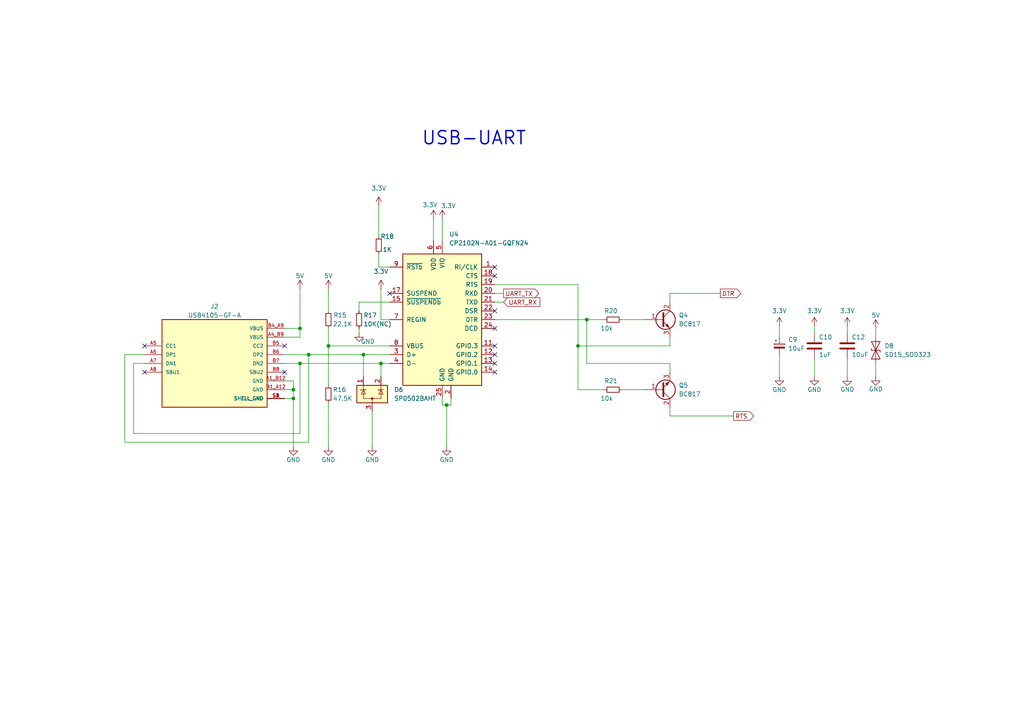
<source format=kicad_sch>
(kicad_sch
	(version 20231120)
	(generator "eeschema")
	(generator_version "8.0")
	(uuid "0790afa6-5492-42a6-b573-db4d927225e1")
	(paper "A4")
	(lib_symbols
		(symbol "Device:C"
			(pin_numbers hide)
			(pin_names
				(offset 0.254)
			)
			(exclude_from_sim no)
			(in_bom yes)
			(on_board yes)
			(property "Reference" "C"
				(at 0.635 2.54 0)
				(effects
					(font
						(size 1.27 1.27)
					)
					(justify left)
				)
			)
			(property "Value" "C"
				(at 0.635 -2.54 0)
				(effects
					(font
						(size 1.27 1.27)
					)
					(justify left)
				)
			)
			(property "Footprint" ""
				(at 0.9652 -3.81 0)
				(effects
					(font
						(size 1.27 1.27)
					)
					(hide yes)
				)
			)
			(property "Datasheet" "~"
				(at 0 0 0)
				(effects
					(font
						(size 1.27 1.27)
					)
					(hide yes)
				)
			)
			(property "Description" "Unpolarized capacitor"
				(at 0 0 0)
				(effects
					(font
						(size 1.27 1.27)
					)
					(hide yes)
				)
			)
			(property "ki_keywords" "cap capacitor"
				(at 0 0 0)
				(effects
					(font
						(size 1.27 1.27)
					)
					(hide yes)
				)
			)
			(property "ki_fp_filters" "C_*"
				(at 0 0 0)
				(effects
					(font
						(size 1.27 1.27)
					)
					(hide yes)
				)
			)
			(symbol "C_0_1"
				(polyline
					(pts
						(xy -2.032 -0.762) (xy 2.032 -0.762)
					)
					(stroke
						(width 0.508)
						(type default)
					)
					(fill
						(type none)
					)
				)
				(polyline
					(pts
						(xy -2.032 0.762) (xy 2.032 0.762)
					)
					(stroke
						(width 0.508)
						(type default)
					)
					(fill
						(type none)
					)
				)
			)
			(symbol "C_1_1"
				(pin passive line
					(at 0 3.81 270)
					(length 2.794)
					(name "~"
						(effects
							(font
								(size 1.27 1.27)
							)
						)
					)
					(number "1"
						(effects
							(font
								(size 1.27 1.27)
							)
						)
					)
				)
				(pin passive line
					(at 0 -3.81 90)
					(length 2.794)
					(name "~"
						(effects
							(font
								(size 1.27 1.27)
							)
						)
					)
					(number "2"
						(effects
							(font
								(size 1.27 1.27)
							)
						)
					)
				)
			)
		)
		(symbol "Device:C_Polarized_Small"
			(pin_numbers hide)
			(pin_names
				(offset 0.254) hide)
			(exclude_from_sim no)
			(in_bom yes)
			(on_board yes)
			(property "Reference" "C"
				(at 0.254 1.778 0)
				(effects
					(font
						(size 1.27 1.27)
					)
					(justify left)
				)
			)
			(property "Value" "C_Polarized_Small"
				(at 0.254 -2.032 0)
				(effects
					(font
						(size 1.27 1.27)
					)
					(justify left)
				)
			)
			(property "Footprint" ""
				(at 0 0 0)
				(effects
					(font
						(size 1.27 1.27)
					)
					(hide yes)
				)
			)
			(property "Datasheet" "~"
				(at 0 0 0)
				(effects
					(font
						(size 1.27 1.27)
					)
					(hide yes)
				)
			)
			(property "Description" "Polarized capacitor, small symbol"
				(at 0 0 0)
				(effects
					(font
						(size 1.27 1.27)
					)
					(hide yes)
				)
			)
			(property "ki_keywords" "cap capacitor"
				(at 0 0 0)
				(effects
					(font
						(size 1.27 1.27)
					)
					(hide yes)
				)
			)
			(property "ki_fp_filters" "CP_*"
				(at 0 0 0)
				(effects
					(font
						(size 1.27 1.27)
					)
					(hide yes)
				)
			)
			(symbol "C_Polarized_Small_0_1"
				(rectangle
					(start -1.524 -0.3048)
					(end 1.524 -0.6858)
					(stroke
						(width 0)
						(type default)
					)
					(fill
						(type outline)
					)
				)
				(rectangle
					(start -1.524 0.6858)
					(end 1.524 0.3048)
					(stroke
						(width 0)
						(type default)
					)
					(fill
						(type none)
					)
				)
				(polyline
					(pts
						(xy -1.27 1.524) (xy -0.762 1.524)
					)
					(stroke
						(width 0)
						(type default)
					)
					(fill
						(type none)
					)
				)
				(polyline
					(pts
						(xy -1.016 1.27) (xy -1.016 1.778)
					)
					(stroke
						(width 0)
						(type default)
					)
					(fill
						(type none)
					)
				)
			)
			(symbol "C_Polarized_Small_1_1"
				(pin passive line
					(at 0 2.54 270)
					(length 1.8542)
					(name "~"
						(effects
							(font
								(size 1.27 1.27)
							)
						)
					)
					(number "1"
						(effects
							(font
								(size 1.27 1.27)
							)
						)
					)
				)
				(pin passive line
					(at 0 -2.54 90)
					(length 1.8542)
					(name "~"
						(effects
							(font
								(size 1.27 1.27)
							)
						)
					)
					(number "2"
						(effects
							(font
								(size 1.27 1.27)
							)
						)
					)
				)
			)
		)
		(symbol "Device:Q_NPN_BCE"
			(pin_names
				(offset 0) hide)
			(exclude_from_sim no)
			(in_bom yes)
			(on_board yes)
			(property "Reference" "Q"
				(at 5.08 1.27 0)
				(effects
					(font
						(size 1.27 1.27)
					)
					(justify left)
				)
			)
			(property "Value" "Q_NPN_BCE"
				(at 5.08 -1.27 0)
				(effects
					(font
						(size 1.27 1.27)
					)
					(justify left)
				)
			)
			(property "Footprint" ""
				(at 5.08 2.54 0)
				(effects
					(font
						(size 1.27 1.27)
					)
					(hide yes)
				)
			)
			(property "Datasheet" "~"
				(at 0 0 0)
				(effects
					(font
						(size 1.27 1.27)
					)
					(hide yes)
				)
			)
			(property "Description" "NPN transistor, base/collector/emitter"
				(at 0 0 0)
				(effects
					(font
						(size 1.27 1.27)
					)
					(hide yes)
				)
			)
			(property "ki_keywords" "transistor NPN"
				(at 0 0 0)
				(effects
					(font
						(size 1.27 1.27)
					)
					(hide yes)
				)
			)
			(symbol "Q_NPN_BCE_0_1"
				(polyline
					(pts
						(xy 0.635 0.635) (xy 2.54 2.54)
					)
					(stroke
						(width 0)
						(type default)
					)
					(fill
						(type none)
					)
				)
				(polyline
					(pts
						(xy 0.635 -0.635) (xy 2.54 -2.54) (xy 2.54 -2.54)
					)
					(stroke
						(width 0)
						(type default)
					)
					(fill
						(type none)
					)
				)
				(polyline
					(pts
						(xy 0.635 1.905) (xy 0.635 -1.905) (xy 0.635 -1.905)
					)
					(stroke
						(width 0.508)
						(type default)
					)
					(fill
						(type none)
					)
				)
				(polyline
					(pts
						(xy 1.27 -1.778) (xy 1.778 -1.27) (xy 2.286 -2.286) (xy 1.27 -1.778) (xy 1.27 -1.778)
					)
					(stroke
						(width 0)
						(type default)
					)
					(fill
						(type outline)
					)
				)
				(circle
					(center 1.27 0)
					(radius 2.8194)
					(stroke
						(width 0.254)
						(type default)
					)
					(fill
						(type none)
					)
				)
			)
			(symbol "Q_NPN_BCE_1_1"
				(pin input line
					(at -5.08 0 0)
					(length 5.715)
					(name "B"
						(effects
							(font
								(size 1.27 1.27)
							)
						)
					)
					(number "1"
						(effects
							(font
								(size 1.27 1.27)
							)
						)
					)
				)
				(pin passive line
					(at 2.54 5.08 270)
					(length 2.54)
					(name "C"
						(effects
							(font
								(size 1.27 1.27)
							)
						)
					)
					(number "2"
						(effects
							(font
								(size 1.27 1.27)
							)
						)
					)
				)
				(pin passive line
					(at 2.54 -5.08 90)
					(length 2.54)
					(name "E"
						(effects
							(font
								(size 1.27 1.27)
							)
						)
					)
					(number "3"
						(effects
							(font
								(size 1.27 1.27)
							)
						)
					)
				)
			)
		)
		(symbol "Diode:SD15_SOD323"
			(pin_numbers hide)
			(pin_names
				(offset 1.016) hide)
			(exclude_from_sim no)
			(in_bom yes)
			(on_board yes)
			(property "Reference" "D"
				(at 0 2.54 0)
				(effects
					(font
						(size 1.27 1.27)
					)
				)
			)
			(property "Value" "SD15_SOD323"
				(at 0 -2.54 0)
				(effects
					(font
						(size 1.27 1.27)
					)
				)
			)
			(property "Footprint" "Diode_SMD:D_SOD-323"
				(at 0 -5.08 0)
				(effects
					(font
						(size 1.27 1.27)
					)
					(hide yes)
				)
			)
			(property "Datasheet" "https://www.littelfuse.com/~/media/electronics/datasheets/tvs_diode_arrays/littelfuse_tvs_diode_array_sd_c_datasheet.pdf.pdf"
				(at 0 0 0)
				(effects
					(font
						(size 1.27 1.27)
					)
					(hide yes)
				)
			)
			(property "Description" "15V, 450W Discrete Bidirectional TVS Diode, SOD-323"
				(at 0 0 0)
				(effects
					(font
						(size 1.27 1.27)
					)
					(hide yes)
				)
			)
			(property "ki_keywords" "transient voltage suppressor thyrector transil"
				(at 0 0 0)
				(effects
					(font
						(size 1.27 1.27)
					)
					(hide yes)
				)
			)
			(property "ki_fp_filters" "D?SOD?323*"
				(at 0 0 0)
				(effects
					(font
						(size 1.27 1.27)
					)
					(hide yes)
				)
			)
			(symbol "SD15_SOD323_0_1"
				(polyline
					(pts
						(xy 1.27 0) (xy -1.27 0)
					)
					(stroke
						(width 0)
						(type default)
					)
					(fill
						(type none)
					)
				)
				(polyline
					(pts
						(xy -2.54 -1.27) (xy 0 0) (xy -2.54 1.27) (xy -2.54 -1.27)
					)
					(stroke
						(width 0.2032)
						(type default)
					)
					(fill
						(type none)
					)
				)
				(polyline
					(pts
						(xy 0.508 1.27) (xy 0 1.27) (xy 0 -1.27) (xy -0.508 -1.27)
					)
					(stroke
						(width 0.2032)
						(type default)
					)
					(fill
						(type none)
					)
				)
				(polyline
					(pts
						(xy 2.54 1.27) (xy 2.54 -1.27) (xy 0 0) (xy 2.54 1.27)
					)
					(stroke
						(width 0.2032)
						(type default)
					)
					(fill
						(type none)
					)
				)
			)
			(symbol "SD15_SOD323_1_1"
				(pin passive line
					(at -3.81 0 0)
					(length 2.54)
					(name "A1"
						(effects
							(font
								(size 1.27 1.27)
							)
						)
					)
					(number "1"
						(effects
							(font
								(size 1.27 1.27)
							)
						)
					)
				)
				(pin passive line
					(at 3.81 0 180)
					(length 2.54)
					(name "A2"
						(effects
							(font
								(size 1.27 1.27)
							)
						)
					)
					(number "2"
						(effects
							(font
								(size 1.27 1.27)
							)
						)
					)
				)
			)
		)
		(symbol "PUTRocketLab_IC:CP2102N-A01-GQFN24"
			(pin_names
				(offset 1.016)
			)
			(exclude_from_sim no)
			(in_bom yes)
			(on_board yes)
			(property "Reference" "U"
				(at -5.08 22.225 0)
				(effects
					(font
						(size 1.27 1.27)
					)
					(justify right)
				)
			)
			(property "Value" "CP2102N-A01-GQFN24"
				(at -5.08 20.32 0)
				(effects
					(font
						(size 1.27 1.27)
					)
					(justify right)
				)
			)
			(property "Footprint" "Package_DFN_QFN:QFN-24-1EP_4x4mm_P0.5mm_EP2.6x2.6mm"
				(at 11.43 -20.32 0)
				(effects
					(font
						(size 1.27 1.27)
					)
					(justify left)
					(hide yes)
				)
			)
			(property "Datasheet" "https://www.silabs.com/documents/public/data-sheets/cp2102n-datasheet.pdf"
				(at 1.27 -26.67 0)
				(effects
					(font
						(size 1.27 1.27)
					)
					(hide yes)
				)
			)
			(property "Description" "USB to UART master bridge, QFN-24"
				(at 0 0 0)
				(effects
					(font
						(size 1.27 1.27)
					)
					(hide yes)
				)
			)
			(property "ki_keywords" "USB UART bridge"
				(at 0 0 0)
				(effects
					(font
						(size 1.27 1.27)
					)
					(hide yes)
				)
			)
			(property "ki_fp_filters" "QFN*4x4mm*P0.5mm*"
				(at 0 0 0)
				(effects
					(font
						(size 1.27 1.27)
					)
					(hide yes)
				)
			)
			(symbol "CP2102N-A01-GQFN24_0_1"
				(rectangle
					(start -11.43 19.05)
					(end 11.43 -19.05)
					(stroke
						(width 0.254)
						(type default)
					)
					(fill
						(type background)
					)
				)
			)
			(symbol "CP2102N-A01-GQFN24_1_1"
				(pin bidirectional line
					(at 15.24 15.24 180)
					(length 3.81)
					(name "RI/CLK"
						(effects
							(font
								(size 1.27 1.27)
							)
						)
					)
					(number "1"
						(effects
							(font
								(size 1.27 1.27)
							)
						)
					)
				)
				(pin no_connect line
					(at 10.16 -22.86 90)
					(length 3.81) hide
					(name "NC"
						(effects
							(font
								(size 1.27 1.27)
							)
						)
					)
					(number "10"
						(effects
							(font
								(size 1.27 1.27)
							)
						)
					)
				)
				(pin bidirectional line
					(at 15.24 -7.62 180)
					(length 3.81)
					(name "GPIO.3"
						(effects
							(font
								(size 1.27 1.27)
							)
						)
					)
					(number "11"
						(effects
							(font
								(size 1.27 1.27)
							)
						)
					)
				)
				(pin bidirectional line
					(at 15.24 -10.16 180)
					(length 3.81)
					(name "GPIO.2"
						(effects
							(font
								(size 1.27 1.27)
							)
						)
					)
					(number "12"
						(effects
							(font
								(size 1.27 1.27)
							)
						)
					)
				)
				(pin bidirectional line
					(at 15.24 -12.7 180)
					(length 3.81)
					(name "GPIO.1"
						(effects
							(font
								(size 1.27 1.27)
							)
						)
					)
					(number "13"
						(effects
							(font
								(size 1.27 1.27)
							)
						)
					)
				)
				(pin bidirectional line
					(at 15.24 -15.24 180)
					(length 3.81)
					(name "GPIO.0"
						(effects
							(font
								(size 1.27 1.27)
							)
						)
					)
					(number "14"
						(effects
							(font
								(size 1.27 1.27)
							)
						)
					)
				)
				(pin output line
					(at -15.24 5.08 0)
					(length 3.81)
					(name "~{SUSPENDb}"
						(effects
							(font
								(size 1.27 1.27)
							)
						)
					)
					(number "15"
						(effects
							(font
								(size 1.27 1.27)
							)
						)
					)
				)
				(pin no_connect line
					(at 7.62 -22.86 90)
					(length 3.81) hide
					(name "NC"
						(effects
							(font
								(size 1.27 1.27)
							)
						)
					)
					(number "16"
						(effects
							(font
								(size 1.27 1.27)
							)
						)
					)
				)
				(pin output line
					(at -15.24 7.62 0)
					(length 3.81)
					(name "SUSPEND"
						(effects
							(font
								(size 1.27 1.27)
							)
						)
					)
					(number "17"
						(effects
							(font
								(size 1.27 1.27)
							)
						)
					)
				)
				(pin input line
					(at 15.24 12.7 180)
					(length 3.81)
					(name "CTS"
						(effects
							(font
								(size 1.27 1.27)
							)
						)
					)
					(number "18"
						(effects
							(font
								(size 1.27 1.27)
							)
						)
					)
				)
				(pin output line
					(at 15.24 10.16 180)
					(length 3.81)
					(name "RTS"
						(effects
							(font
								(size 1.27 1.27)
							)
						)
					)
					(number "19"
						(effects
							(font
								(size 1.27 1.27)
							)
						)
					)
				)
				(pin power_in line
					(at 2.54 -22.86 90)
					(length 3.81)
					(name "GND"
						(effects
							(font
								(size 1.27 1.27)
							)
						)
					)
					(number "2"
						(effects
							(font
								(size 1.27 1.27)
							)
						)
					)
				)
				(pin input line
					(at 15.24 7.62 180)
					(length 3.81)
					(name "RXD"
						(effects
							(font
								(size 1.27 1.27)
							)
						)
					)
					(number "20"
						(effects
							(font
								(size 1.27 1.27)
							)
						)
					)
				)
				(pin output line
					(at 15.24 5.08 180)
					(length 3.81)
					(name "TXD"
						(effects
							(font
								(size 1.27 1.27)
							)
						)
					)
					(number "21"
						(effects
							(font
								(size 1.27 1.27)
							)
						)
					)
				)
				(pin input line
					(at 15.24 2.54 180)
					(length 3.81)
					(name "DSR"
						(effects
							(font
								(size 1.27 1.27)
							)
						)
					)
					(number "22"
						(effects
							(font
								(size 1.27 1.27)
							)
						)
					)
				)
				(pin output line
					(at 15.24 0 180)
					(length 3.81)
					(name "DTR"
						(effects
							(font
								(size 1.27 1.27)
							)
						)
					)
					(number "23"
						(effects
							(font
								(size 1.27 1.27)
							)
						)
					)
				)
				(pin input line
					(at 15.24 -2.54 180)
					(length 3.81)
					(name "DCD"
						(effects
							(font
								(size 1.27 1.27)
							)
						)
					)
					(number "24"
						(effects
							(font
								(size 1.27 1.27)
							)
						)
					)
				)
				(pin power_in line
					(at 0 -22.86 90)
					(length 3.81)
					(name "GND"
						(effects
							(font
								(size 1.27 1.27)
							)
						)
					)
					(number "25"
						(effects
							(font
								(size 1.27 1.27)
							)
						)
					)
				)
				(pin bidirectional line
					(at -15.24 -10.16 0)
					(length 3.81)
					(name "D+"
						(effects
							(font
								(size 1.27 1.27)
							)
						)
					)
					(number "3"
						(effects
							(font
								(size 1.27 1.27)
							)
						)
					)
				)
				(pin bidirectional line
					(at -15.24 -12.7 0)
					(length 3.81)
					(name "D-"
						(effects
							(font
								(size 1.27 1.27)
							)
						)
					)
					(number "4"
						(effects
							(font
								(size 1.27 1.27)
							)
						)
					)
				)
				(pin power_in line
					(at 0 22.86 270)
					(length 3.81)
					(name "VIO"
						(effects
							(font
								(size 1.27 1.27)
							)
						)
					)
					(number "5"
						(effects
							(font
								(size 1.27 1.27)
							)
						)
					)
				)
				(pin power_in line
					(at -2.54 22.86 270)
					(length 3.81)
					(name "VDD"
						(effects
							(font
								(size 1.27 1.27)
							)
						)
					)
					(number "6"
						(effects
							(font
								(size 1.27 1.27)
							)
						)
					)
				)
				(pin power_in line
					(at -15.24 0 0)
					(length 3.81)
					(name "REGIN"
						(effects
							(font
								(size 1.27 1.27)
							)
						)
					)
					(number "7"
						(effects
							(font
								(size 1.27 1.27)
							)
						)
					)
				)
				(pin input line
					(at -15.24 -7.62 0)
					(length 3.81)
					(name "VBUS"
						(effects
							(font
								(size 1.27 1.27)
							)
						)
					)
					(number "8"
						(effects
							(font
								(size 1.27 1.27)
							)
						)
					)
				)
				(pin input line
					(at -15.24 15.24 0)
					(length 3.81)
					(name "~{RSTb}"
						(effects
							(font
								(size 1.27 1.27)
							)
						)
					)
					(number "9"
						(effects
							(font
								(size 1.27 1.27)
							)
						)
					)
				)
			)
		)
		(symbol "PUTRocketLab_connectors:USB4105-GF-A"
			(pin_names
				(offset 1.016)
			)
			(exclude_from_sim no)
			(in_bom yes)
			(on_board yes)
			(property "Reference" "J"
				(at -15.24 13.97 0)
				(effects
					(font
						(size 1.27 1.27)
					)
					(justify left bottom)
				)
			)
			(property "Value" "USB4105-GF-A"
				(at -15.24 -15.24 0)
				(effects
					(font
						(size 1.27 1.27)
					)
					(justify left bottom)
				)
			)
			(property "Footprint" "GCT_USB4105-GF-A"
				(at 0 0 0)
				(effects
					(font
						(size 1.27 1.27)
					)
					(justify left bottom)
					(hide yes)
				)
			)
			(property "Datasheet" ""
				(at 0 0 0)
				(effects
					(font
						(size 1.27 1.27)
					)
					(justify left bottom)
					(hide yes)
				)
			)
			(property "Description" ""
				(at 0 0 0)
				(effects
					(font
						(size 1.27 1.27)
					)
					(hide yes)
				)
			)
			(property "MAXIMUM_PACKAGE_HEIGHT" "3.31 mm"
				(at 0 0 0)
				(effects
					(font
						(size 1.27 1.27)
					)
					(justify left bottom)
					(hide yes)
				)
			)
			(property "MANUFACTURER" "GCT"
				(at 0 0 0)
				(effects
					(font
						(size 1.27 1.27)
					)
					(justify left bottom)
					(hide yes)
				)
			)
			(property "PARTREV" "A3"
				(at 0 0 0)
				(effects
					(font
						(size 1.27 1.27)
					)
					(justify left bottom)
					(hide yes)
				)
			)
			(property "STANDARD" "Manufacturer Recommendations"
				(at 0 0 0)
				(effects
					(font
						(size 1.27 1.27)
					)
					(justify left bottom)
					(hide yes)
				)
			)
			(property "ki_locked" ""
				(at 0 0 0)
				(effects
					(font
						(size 1.27 1.27)
					)
				)
			)
			(symbol "USB4105-GF-A_0_0"
				(rectangle
					(start -15.24 -12.7)
					(end 15.24 12.7)
					(stroke
						(width 0.254)
						(type default)
					)
					(fill
						(type background)
					)
				)
				(pin power_in line
					(at 20.32 -5.08 180)
					(length 5.08)
					(name "GND"
						(effects
							(font
								(size 1.016 1.016)
							)
						)
					)
					(number "A1_B12"
						(effects
							(font
								(size 1.016 1.016)
							)
						)
					)
				)
				(pin power_in line
					(at 20.32 7.62 180)
					(length 5.08)
					(name "VBUS"
						(effects
							(font
								(size 1.016 1.016)
							)
						)
					)
					(number "A4_B9"
						(effects
							(font
								(size 1.016 1.016)
							)
						)
					)
				)
				(pin bidirectional line
					(at -20.32 5.08 0)
					(length 5.08)
					(name "CC1"
						(effects
							(font
								(size 1.016 1.016)
							)
						)
					)
					(number "A5"
						(effects
							(font
								(size 1.016 1.016)
							)
						)
					)
				)
				(pin bidirectional line
					(at -20.32 2.54 0)
					(length 5.08)
					(name "DP1"
						(effects
							(font
								(size 1.016 1.016)
							)
						)
					)
					(number "A6"
						(effects
							(font
								(size 1.016 1.016)
							)
						)
					)
				)
				(pin bidirectional line
					(at -20.32 0 0)
					(length 5.08)
					(name "DN1"
						(effects
							(font
								(size 1.016 1.016)
							)
						)
					)
					(number "A7"
						(effects
							(font
								(size 1.016 1.016)
							)
						)
					)
				)
				(pin bidirectional line
					(at -20.32 -2.54 0)
					(length 5.08)
					(name "SBU1"
						(effects
							(font
								(size 1.016 1.016)
							)
						)
					)
					(number "A8"
						(effects
							(font
								(size 1.016 1.016)
							)
						)
					)
				)
				(pin power_in line
					(at 20.32 -7.62 180)
					(length 5.08)
					(name "GND"
						(effects
							(font
								(size 1.016 1.016)
							)
						)
					)
					(number "B1_A12"
						(effects
							(font
								(size 1.016 1.016)
							)
						)
					)
				)
				(pin power_in line
					(at 20.32 10.16 180)
					(length 5.08)
					(name "VBUS"
						(effects
							(font
								(size 1.016 1.016)
							)
						)
					)
					(number "B4_A9"
						(effects
							(font
								(size 1.016 1.016)
							)
						)
					)
				)
				(pin bidirectional line
					(at 20.32 5.08 180)
					(length 5.08)
					(name "CC2"
						(effects
							(font
								(size 1.016 1.016)
							)
						)
					)
					(number "B5"
						(effects
							(font
								(size 1.016 1.016)
							)
						)
					)
				)
				(pin bidirectional line
					(at 20.32 2.54 180)
					(length 5.08)
					(name "DP2"
						(effects
							(font
								(size 1.016 1.016)
							)
						)
					)
					(number "B6"
						(effects
							(font
								(size 1.016 1.016)
							)
						)
					)
				)
				(pin bidirectional line
					(at 20.32 0 180)
					(length 5.08)
					(name "DN2"
						(effects
							(font
								(size 1.016 1.016)
							)
						)
					)
					(number "B7"
						(effects
							(font
								(size 1.016 1.016)
							)
						)
					)
				)
				(pin bidirectional line
					(at 20.32 -2.54 180)
					(length 5.08)
					(name "SBU2"
						(effects
							(font
								(size 1.016 1.016)
							)
						)
					)
					(number "B8"
						(effects
							(font
								(size 1.016 1.016)
							)
						)
					)
				)
				(pin power_in line
					(at 20.32 -10.16 180)
					(length 5.08)
					(name "SHELL_GND"
						(effects
							(font
								(size 1.016 1.016)
							)
						)
					)
					(number "S1"
						(effects
							(font
								(size 1.016 1.016)
							)
						)
					)
				)
				(pin power_in line
					(at 20.32 -10.16 180)
					(length 5.08)
					(name "SHELL_GND"
						(effects
							(font
								(size 1.016 1.016)
							)
						)
					)
					(number "S2"
						(effects
							(font
								(size 1.016 1.016)
							)
						)
					)
				)
				(pin power_in line
					(at 20.32 -10.16 180)
					(length 5.08)
					(name "SHELL_GND"
						(effects
							(font
								(size 1.016 1.016)
							)
						)
					)
					(number "S3"
						(effects
							(font
								(size 1.016 1.016)
							)
						)
					)
				)
				(pin power_in line
					(at 20.32 -10.16 180)
					(length 5.08)
					(name "SHELL_GND"
						(effects
							(font
								(size 1.016 1.016)
							)
						)
					)
					(number "S4"
						(effects
							(font
								(size 1.016 1.016)
							)
						)
					)
				)
			)
		)
		(symbol "PUTRocketLab_power:GND"
			(power)
			(pin_names
				(offset 0)
			)
			(exclude_from_sim no)
			(in_bom yes)
			(on_board yes)
			(property "Reference" "#PWR"
				(at 0 -6.35 0)
				(effects
					(font
						(size 1.27 1.27)
					)
					(hide yes)
				)
			)
			(property "Value" "GND"
				(at 0 -3.81 0)
				(effects
					(font
						(size 1.27 1.27)
					)
				)
			)
			(property "Footprint" ""
				(at 0 0 0)
				(effects
					(font
						(size 1.27 1.27)
					)
					(hide yes)
				)
			)
			(property "Datasheet" ""
				(at 0 0 0)
				(effects
					(font
						(size 1.27 1.27)
					)
					(hide yes)
				)
			)
			(property "Description" "Power symbol creates a global label with name \"GND\" , ground"
				(at 0 0 0)
				(effects
					(font
						(size 1.27 1.27)
					)
					(hide yes)
				)
			)
			(property "ki_keywords" "power-flag"
				(at 0 0 0)
				(effects
					(font
						(size 1.27 1.27)
					)
					(hide yes)
				)
			)
			(symbol "GND_0_1"
				(polyline
					(pts
						(xy 0 0) (xy 0 -1.27) (xy 1.27 -1.27) (xy 0 -2.54) (xy -1.27 -1.27) (xy 0 -1.27)
					)
					(stroke
						(width 0)
						(type default)
					)
					(fill
						(type none)
					)
				)
			)
			(symbol "GND_1_1"
				(pin power_in line
					(at 0 0 270)
					(length 0) hide
					(name "GND"
						(effects
							(font
								(size 1.27 1.27)
							)
						)
					)
					(number "1"
						(effects
							(font
								(size 1.27 1.27)
							)
						)
					)
				)
			)
		)
		(symbol "Power_Protection:SP0502BAHT"
			(pin_names hide)
			(exclude_from_sim no)
			(in_bom yes)
			(on_board yes)
			(property "Reference" "D"
				(at 5.715 2.54 0)
				(effects
					(font
						(size 1.27 1.27)
					)
					(justify left)
				)
			)
			(property "Value" "SP0502BAHT"
				(at 5.715 0.635 0)
				(effects
					(font
						(size 1.27 1.27)
					)
					(justify left)
				)
			)
			(property "Footprint" "Package_TO_SOT_SMD:SOT-23"
				(at 5.715 -1.27 0)
				(effects
					(font
						(size 1.27 1.27)
					)
					(justify left)
					(hide yes)
				)
			)
			(property "Datasheet" "http://www.littelfuse.com/~/media/files/littelfuse/technical%20resources/documents/data%20sheets/sp05xxba.pdf"
				(at 3.175 3.175 0)
				(effects
					(font
						(size 1.27 1.27)
					)
					(hide yes)
				)
			)
			(property "Description" "TVS Diode Array, 5.5V Standoff, 2 Channels, SOT-23 package"
				(at 0 0 0)
				(effects
					(font
						(size 1.27 1.27)
					)
					(hide yes)
				)
			)
			(property "ki_keywords" "usb esd protection suppression transient"
				(at 0 0 0)
				(effects
					(font
						(size 1.27 1.27)
					)
					(hide yes)
				)
			)
			(property "ki_fp_filters" "SOT?23*"
				(at 0 0 0)
				(effects
					(font
						(size 1.27 1.27)
					)
					(hide yes)
				)
			)
			(symbol "SP0502BAHT_0_0"
				(pin passive line
					(at 0 -5.08 90)
					(length 2.54)
					(name "A"
						(effects
							(font
								(size 1.27 1.27)
							)
						)
					)
					(number "3"
						(effects
							(font
								(size 1.27 1.27)
							)
						)
					)
				)
			)
			(symbol "SP0502BAHT_0_1"
				(rectangle
					(start -4.445 2.54)
					(end 4.445 -2.54)
					(stroke
						(width 0.254)
						(type default)
					)
					(fill
						(type background)
					)
				)
				(circle
					(center 0 -1.27)
					(radius 0.254)
					(stroke
						(width 0)
						(type default)
					)
					(fill
						(type outline)
					)
				)
				(polyline
					(pts
						(xy -2.54 2.54) (xy -2.54 1.27)
					)
					(stroke
						(width 0)
						(type default)
					)
					(fill
						(type none)
					)
				)
				(polyline
					(pts
						(xy 0 -1.27) (xy 0 -2.54)
					)
					(stroke
						(width 0)
						(type default)
					)
					(fill
						(type none)
					)
				)
				(polyline
					(pts
						(xy 2.54 2.54) (xy 2.54 1.27)
					)
					(stroke
						(width 0)
						(type default)
					)
					(fill
						(type none)
					)
				)
				(polyline
					(pts
						(xy -3.302 1.016) (xy -3.302 1.27) (xy -1.905 1.27) (xy -1.778 1.27)
					)
					(stroke
						(width 0)
						(type default)
					)
					(fill
						(type none)
					)
				)
				(polyline
					(pts
						(xy -2.54 1.27) (xy -2.54 -1.27) (xy 2.54 -1.27) (xy 2.54 1.27)
					)
					(stroke
						(width 0)
						(type default)
					)
					(fill
						(type none)
					)
				)
				(polyline
					(pts
						(xy -2.54 1.27) (xy -1.905 0) (xy -3.175 0) (xy -2.54 1.27)
					)
					(stroke
						(width 0)
						(type default)
					)
					(fill
						(type none)
					)
				)
				(polyline
					(pts
						(xy 1.778 1.016) (xy 1.778 1.27) (xy 3.175 1.27) (xy 3.302 1.27)
					)
					(stroke
						(width 0)
						(type default)
					)
					(fill
						(type none)
					)
				)
				(polyline
					(pts
						(xy 2.54 1.27) (xy 1.905 0) (xy 3.175 0) (xy 2.54 1.27)
					)
					(stroke
						(width 0)
						(type default)
					)
					(fill
						(type none)
					)
				)
			)
			(symbol "SP0502BAHT_1_1"
				(pin passive line
					(at -2.54 5.08 270)
					(length 2.54)
					(name "K"
						(effects
							(font
								(size 1.27 1.27)
							)
						)
					)
					(number "1"
						(effects
							(font
								(size 1.27 1.27)
							)
						)
					)
				)
				(pin passive line
					(at 2.54 5.08 270)
					(length 2.54)
					(name "K"
						(effects
							(font
								(size 1.27 1.27)
							)
						)
					)
					(number "2"
						(effects
							(font
								(size 1.27 1.27)
							)
						)
					)
				)
			)
		)
		(symbol "PutRocketLab_RCL:R_Small"
			(pin_numbers hide)
			(pin_names
				(offset 0.254) hide)
			(exclude_from_sim no)
			(in_bom yes)
			(on_board yes)
			(property "Reference" "R"
				(at 0.762 0.508 0)
				(effects
					(font
						(size 1.27 1.27)
					)
					(justify left)
				)
			)
			(property "Value" "R_Small"
				(at 0.762 -1.016 0)
				(effects
					(font
						(size 1.27 1.27)
					)
					(justify left)
				)
			)
			(property "Footprint" ""
				(at 0 0 0)
				(effects
					(font
						(size 1.27 1.27)
					)
					(hide yes)
				)
			)
			(property "Datasheet" "~"
				(at 0 0 0)
				(effects
					(font
						(size 1.27 1.27)
					)
					(hide yes)
				)
			)
			(property "Description" "Resistor, small symbol"
				(at 0 0 0)
				(effects
					(font
						(size 1.27 1.27)
					)
					(hide yes)
				)
			)
			(property "ki_keywords" "R resistor"
				(at 0 0 0)
				(effects
					(font
						(size 1.27 1.27)
					)
					(hide yes)
				)
			)
			(property "ki_fp_filters" "R_*"
				(at 0 0 0)
				(effects
					(font
						(size 1.27 1.27)
					)
					(hide yes)
				)
			)
			(symbol "R_Small_0_1"
				(rectangle
					(start -0.762 1.778)
					(end 0.762 -1.778)
					(stroke
						(width 0.2032)
						(type default)
					)
					(fill
						(type none)
					)
				)
			)
			(symbol "R_Small_1_1"
				(pin passive line
					(at 0 2.54 270)
					(length 0.762)
					(name "~"
						(effects
							(font
								(size 1.27 1.27)
							)
						)
					)
					(number "1"
						(effects
							(font
								(size 1.27 1.27)
							)
						)
					)
				)
				(pin passive line
					(at 0 -2.54 90)
					(length 0.762)
					(name "~"
						(effects
							(font
								(size 1.27 1.27)
							)
						)
					)
					(number "2"
						(effects
							(font
								(size 1.27 1.27)
							)
						)
					)
				)
			)
		)
		(symbol "power:+3.3V"
			(power)
			(pin_names
				(offset 0)
			)
			(exclude_from_sim no)
			(in_bom yes)
			(on_board yes)
			(property "Reference" "#PWR"
				(at 0 -3.81 0)
				(effects
					(font
						(size 1.27 1.27)
					)
					(hide yes)
				)
			)
			(property "Value" "+3.3V"
				(at 0 3.556 0)
				(effects
					(font
						(size 1.27 1.27)
					)
				)
			)
			(property "Footprint" ""
				(at 0 0 0)
				(effects
					(font
						(size 1.27 1.27)
					)
					(hide yes)
				)
			)
			(property "Datasheet" ""
				(at 0 0 0)
				(effects
					(font
						(size 1.27 1.27)
					)
					(hide yes)
				)
			)
			(property "Description" "Power symbol creates a global label with name \"+3.3V\""
				(at 0 0 0)
				(effects
					(font
						(size 1.27 1.27)
					)
					(hide yes)
				)
			)
			(property "ki_keywords" "power-flag"
				(at 0 0 0)
				(effects
					(font
						(size 1.27 1.27)
					)
					(hide yes)
				)
			)
			(symbol "+3.3V_0_1"
				(polyline
					(pts
						(xy -0.762 1.27) (xy 0 2.54)
					)
					(stroke
						(width 0)
						(type default)
					)
					(fill
						(type none)
					)
				)
				(polyline
					(pts
						(xy 0 0) (xy 0 2.54)
					)
					(stroke
						(width 0)
						(type default)
					)
					(fill
						(type none)
					)
				)
				(polyline
					(pts
						(xy 0 2.54) (xy 0.762 1.27)
					)
					(stroke
						(width 0)
						(type default)
					)
					(fill
						(type none)
					)
				)
			)
			(symbol "+3.3V_1_1"
				(pin power_in line
					(at 0 0 90)
					(length 0) hide
					(name "+3V3"
						(effects
							(font
								(size 1.27 1.27)
							)
						)
					)
					(number "1"
						(effects
							(font
								(size 1.27 1.27)
							)
						)
					)
				)
			)
		)
		(symbol "power:+5VA"
			(power)
			(pin_names
				(offset 0)
			)
			(exclude_from_sim no)
			(in_bom yes)
			(on_board yes)
			(property "Reference" "#PWR"
				(at 0 -3.81 0)
				(effects
					(font
						(size 1.27 1.27)
					)
					(hide yes)
				)
			)
			(property "Value" "+5VA"
				(at 0 3.556 0)
				(effects
					(font
						(size 1.27 1.27)
					)
				)
			)
			(property "Footprint" ""
				(at 0 0 0)
				(effects
					(font
						(size 1.27 1.27)
					)
					(hide yes)
				)
			)
			(property "Datasheet" ""
				(at 0 0 0)
				(effects
					(font
						(size 1.27 1.27)
					)
					(hide yes)
				)
			)
			(property "Description" "Power symbol creates a global label with name \"+5VA\""
				(at 0 0 0)
				(effects
					(font
						(size 1.27 1.27)
					)
					(hide yes)
				)
			)
			(property "ki_keywords" "power-flag"
				(at 0 0 0)
				(effects
					(font
						(size 1.27 1.27)
					)
					(hide yes)
				)
			)
			(symbol "+5VA_0_1"
				(polyline
					(pts
						(xy -0.762 1.27) (xy 0 2.54)
					)
					(stroke
						(width 0)
						(type default)
					)
					(fill
						(type none)
					)
				)
				(polyline
					(pts
						(xy 0 0) (xy 0 2.54)
					)
					(stroke
						(width 0)
						(type default)
					)
					(fill
						(type none)
					)
				)
				(polyline
					(pts
						(xy 0 2.54) (xy 0.762 1.27)
					)
					(stroke
						(width 0)
						(type default)
					)
					(fill
						(type none)
					)
				)
			)
			(symbol "+5VA_1_1"
				(pin power_in line
					(at 0 0 90)
					(length 0) hide
					(name "+5VA"
						(effects
							(font
								(size 1.27 1.27)
							)
						)
					)
					(number "1"
						(effects
							(font
								(size 1.27 1.27)
							)
						)
					)
				)
			)
		)
		(symbol "power:GND"
			(power)
			(pin_names
				(offset 0)
			)
			(exclude_from_sim no)
			(in_bom yes)
			(on_board yes)
			(property "Reference" "#PWR"
				(at 0 -6.35 0)
				(effects
					(font
						(size 1.27 1.27)
					)
					(hide yes)
				)
			)
			(property "Value" "GND"
				(at 0 -3.81 0)
				(effects
					(font
						(size 1.27 1.27)
					)
				)
			)
			(property "Footprint" ""
				(at 0 0 0)
				(effects
					(font
						(size 1.27 1.27)
					)
					(hide yes)
				)
			)
			(property "Datasheet" ""
				(at 0 0 0)
				(effects
					(font
						(size 1.27 1.27)
					)
					(hide yes)
				)
			)
			(property "Description" "Power symbol creates a global label with name \"GND\" , ground"
				(at 0 0 0)
				(effects
					(font
						(size 1.27 1.27)
					)
					(hide yes)
				)
			)
			(property "ki_keywords" "global power"
				(at 0 0 0)
				(effects
					(font
						(size 1.27 1.27)
					)
					(hide yes)
				)
			)
			(symbol "GND_0_1"
				(polyline
					(pts
						(xy 0 0) (xy 0 -1.27) (xy 1.27 -1.27) (xy 0 -2.54) (xy -1.27 -1.27) (xy 0 -1.27)
					)
					(stroke
						(width 0)
						(type default)
					)
					(fill
						(type none)
					)
				)
			)
			(symbol "GND_1_1"
				(pin power_in line
					(at 0 0 270)
					(length 0) hide
					(name "GND"
						(effects
							(font
								(size 1.27 1.27)
							)
						)
					)
					(number "1"
						(effects
							(font
								(size 1.27 1.27)
							)
						)
					)
				)
			)
		)
		(symbol "power:VCC"
			(power)
			(pin_numbers hide)
			(pin_names
				(offset 0) hide)
			(exclude_from_sim no)
			(in_bom yes)
			(on_board yes)
			(property "Reference" "#PWR"
				(at 0 -3.81 0)
				(effects
					(font
						(size 1.27 1.27)
					)
					(hide yes)
				)
			)
			(property "Value" "VCC"
				(at 0 3.556 0)
				(effects
					(font
						(size 1.27 1.27)
					)
				)
			)
			(property "Footprint" ""
				(at 0 0 0)
				(effects
					(font
						(size 1.27 1.27)
					)
					(hide yes)
				)
			)
			(property "Datasheet" ""
				(at 0 0 0)
				(effects
					(font
						(size 1.27 1.27)
					)
					(hide yes)
				)
			)
			(property "Description" "Power symbol creates a global label with name \"VCC\""
				(at 0 0 0)
				(effects
					(font
						(size 1.27 1.27)
					)
					(hide yes)
				)
			)
			(property "ki_keywords" "global power"
				(at 0 0 0)
				(effects
					(font
						(size 1.27 1.27)
					)
					(hide yes)
				)
			)
			(symbol "VCC_0_1"
				(polyline
					(pts
						(xy -0.762 1.27) (xy 0 2.54)
					)
					(stroke
						(width 0)
						(type default)
					)
					(fill
						(type none)
					)
				)
				(polyline
					(pts
						(xy 0 0) (xy 0 2.54)
					)
					(stroke
						(width 0)
						(type default)
					)
					(fill
						(type none)
					)
				)
				(polyline
					(pts
						(xy 0 2.54) (xy 0.762 1.27)
					)
					(stroke
						(width 0)
						(type default)
					)
					(fill
						(type none)
					)
				)
			)
			(symbol "VCC_1_1"
				(pin power_in line
					(at 0 0 90)
					(length 0)
					(name "~"
						(effects
							(font
								(size 1.27 1.27)
							)
						)
					)
					(number "1"
						(effects
							(font
								(size 1.27 1.27)
							)
						)
					)
				)
			)
		)
	)
	(junction
		(at 85.09 115.57)
		(diameter 0)
		(color 0 0 0 0)
		(uuid "01ca34f7-d024-4d6b-9b65-004f6f255ce0")
	)
	(junction
		(at 85.09 113.03)
		(diameter 0)
		(color 0 0 0 0)
		(uuid "622c0ada-e866-4a52-bf89-c49d4c4d262b")
	)
	(junction
		(at 95.25 100.33)
		(diameter 0)
		(color 0 0 0 0)
		(uuid "65d0b7d9-9381-4fb3-9586-aad5ea00c4b9")
	)
	(junction
		(at 86.995 95.25)
		(diameter 0)
		(color 0 0 0 0)
		(uuid "6719357b-9040-4b53-996d-1cc967d9cde2")
	)
	(junction
		(at 167.64 100.33)
		(diameter 0)
		(color 0 0 0 0)
		(uuid "9faaa190-3c08-46b7-bdf5-c864f0302399")
	)
	(junction
		(at 105.41 102.87)
		(diameter 0)
		(color 0 0 0 0)
		(uuid "a1fc5851-1382-4619-8f3a-1dcd9f1333a6")
	)
	(junction
		(at 170.18 92.71)
		(diameter 0)
		(color 0 0 0 0)
		(uuid "bd4a8e12-de24-4445-9eb2-d1dfd899169a")
	)
	(junction
		(at 110.49 105.41)
		(diameter 0)
		(color 0 0 0 0)
		(uuid "cccdc241-203d-41bc-a026-4b56b3115436")
	)
	(junction
		(at 129.54 117.475)
		(diameter 0)
		(color 0 0 0 0)
		(uuid "d2bd8392-257f-4162-93d8-0db2877ccfc0")
	)
	(junction
		(at 89.535 102.87)
		(diameter 0)
		(color 0 0 0 0)
		(uuid "d2f38bc8-32f1-4e6d-85be-9b9013124f64")
	)
	(junction
		(at 86.995 105.41)
		(diameter 0)
		(color 0 0 0 0)
		(uuid "e4a9c0ee-50ee-4f58-ba82-e8e695933331")
	)
	(no_connect
		(at 143.51 107.95)
		(uuid "0651b4db-5191-4d4c-8d58-ee33616bd33d")
	)
	(no_connect
		(at 82.55 100.33)
		(uuid "391fd56d-4cdd-4d3e-91c8-1f494f5a9cdc")
	)
	(no_connect
		(at 41.91 107.95)
		(uuid "3acf1809-9caf-4e5e-a5af-c56446bd7283")
	)
	(no_connect
		(at 143.51 105.41)
		(uuid "3b61ddc7-36c0-4f77-8cb7-e098f0c1eeb0")
	)
	(no_connect
		(at 143.51 77.47)
		(uuid "3e295adb-655a-41f4-b71f-55d677f5e3e7")
	)
	(no_connect
		(at 143.51 95.25)
		(uuid "40f65a4c-533a-422f-bb8e-b4f69dfeaa4e")
	)
	(no_connect
		(at 82.55 107.95)
		(uuid "4bd969d9-b810-4d5c-9443-5d8b37105660")
	)
	(no_connect
		(at 143.51 80.01)
		(uuid "8110ff2a-b4cd-4b4f-808d-e7f27fde5415")
	)
	(no_connect
		(at 143.51 90.17)
		(uuid "85cebe73-ed31-4e3b-91c2-8d6660187283")
	)
	(no_connect
		(at 41.91 100.33)
		(uuid "99212003-4eb9-4c2c-9a4d-e7623b2ac921")
	)
	(no_connect
		(at 143.51 102.87)
		(uuid "d042cd7f-6b20-40e2-a342-5e21a7649134")
	)
	(no_connect
		(at 113.03 85.09)
		(uuid "d54fcfde-f1fd-4f26-8d56-79e185dc5803")
	)
	(no_connect
		(at 143.51 100.33)
		(uuid "fad7e0a9-6b1d-4afb-8b83-77858873a616")
	)
	(wire
		(pts
			(xy 180.34 113.03) (xy 186.69 113.03)
		)
		(stroke
			(width 0)
			(type default)
		)
		(uuid "02a1ae06-3648-4159-83dc-7b898f1be694")
	)
	(wire
		(pts
			(xy 89.535 102.87) (xy 89.535 128.27)
		)
		(stroke
			(width 0)
			(type default)
		)
		(uuid "02c5a7a7-09a2-4e98-af84-ade3e30e0619")
	)
	(wire
		(pts
			(xy 130.81 115.57) (xy 130.81 117.475)
		)
		(stroke
			(width 0)
			(type default)
		)
		(uuid "0819bc05-38dd-4ddc-bab3-e0e8caf4b24e")
	)
	(wire
		(pts
			(xy 82.55 110.49) (xy 85.09 110.49)
		)
		(stroke
			(width 0)
			(type default)
		)
		(uuid "0b368765-4d2b-4de6-a2b6-895c0cf59f93")
	)
	(wire
		(pts
			(xy 170.18 92.71) (xy 175.26 92.71)
		)
		(stroke
			(width 0)
			(type default)
		)
		(uuid "0cafea87-2e90-4a23-9af3-078627afc047")
	)
	(wire
		(pts
			(xy 245.745 94.615) (xy 245.745 96.52)
		)
		(stroke
			(width 0)
			(type default)
		)
		(uuid "0e261826-381b-4e33-9533-8f3a8bc68ac5")
	)
	(wire
		(pts
			(xy 128.27 117.475) (xy 129.54 117.475)
		)
		(stroke
			(width 0)
			(type default)
		)
		(uuid "144cb77d-aa96-4aac-b54d-a314c910df2d")
	)
	(wire
		(pts
			(xy 194.31 120.65) (xy 212.725 120.65)
		)
		(stroke
			(width 0)
			(type default)
		)
		(uuid "14950a0f-da88-47d0-ad60-c8f33da5ed28")
	)
	(wire
		(pts
			(xy 38.735 105.41) (xy 41.91 105.41)
		)
		(stroke
			(width 0)
			(type default)
		)
		(uuid "169a9e27-9a61-4dac-a044-52fc838661ae")
	)
	(wire
		(pts
			(xy 105.41 102.87) (xy 105.41 109.22)
		)
		(stroke
			(width 0)
			(type default)
		)
		(uuid "16bb0fac-1083-4855-a255-1f71d4c86f5d")
	)
	(wire
		(pts
			(xy 110.49 105.41) (xy 110.49 109.22)
		)
		(stroke
			(width 0)
			(type default)
		)
		(uuid "18972b89-ffc9-47b4-a3e3-8466f708b682")
	)
	(wire
		(pts
			(xy 130.81 117.475) (xy 129.54 117.475)
		)
		(stroke
			(width 0)
			(type default)
		)
		(uuid "18a1896f-ba70-4828-bf58-3a62dda55bfc")
	)
	(wire
		(pts
			(xy 194.31 107.95) (xy 194.31 105.41)
		)
		(stroke
			(width 0)
			(type default)
		)
		(uuid "1c5e3d65-0fdd-4c3d-923b-2dfb206051d9")
	)
	(wire
		(pts
			(xy 95.248 117.3386) (xy 95.25 129.54)
		)
		(stroke
			(width 0)
			(type default)
		)
		(uuid "20824b65-4133-4351-ac7b-324a8e6302d5")
	)
	(wire
		(pts
			(xy 113.03 92.71) (xy 110.49 92.71)
		)
		(stroke
			(width 0)
			(type default)
		)
		(uuid "20b5a8f0-f8e4-4fb6-b07e-3037d63541d0")
	)
	(wire
		(pts
			(xy 82.55 113.03) (xy 85.09 113.03)
		)
		(stroke
			(width 0)
			(type default)
		)
		(uuid "22cc1ca2-70d8-43ce-ba1e-6cb7d9a61f98")
	)
	(wire
		(pts
			(xy 146.05 87.63) (xy 143.51 87.63)
		)
		(stroke
			(width 0)
			(type default)
		)
		(uuid "2af1a333-3f41-4e90-8360-3129f9995fb7")
	)
	(wire
		(pts
			(xy 85.09 113.03) (xy 85.09 115.57)
		)
		(stroke
			(width 0)
			(type default)
		)
		(uuid "2f4c5d0b-f7d5-49cb-a535-050b23b60f79")
	)
	(wire
		(pts
			(xy 128.27 63.5) (xy 128.27 69.85)
		)
		(stroke
			(width 0)
			(type default)
		)
		(uuid "30eabe91-ee5d-4b70-9c87-91b3b82f806e")
	)
	(wire
		(pts
			(xy 105.41 102.87) (xy 113.03 102.87)
		)
		(stroke
			(width 0)
			(type default)
		)
		(uuid "31bcc63a-e113-4c52-832a-352f143aa4d9")
	)
	(wire
		(pts
			(xy 104.14 90.17) (xy 104.14 87.63)
		)
		(stroke
			(width 0)
			(type default)
		)
		(uuid "33ab9e0f-9b1d-4011-9e19-98e81e533300")
	)
	(wire
		(pts
			(xy 95.25 95.25) (xy 95.25 100.33)
		)
		(stroke
			(width 0)
			(type default)
		)
		(uuid "33b2c388-13b0-4367-9fd5-c429914bb211")
	)
	(wire
		(pts
			(xy 194.31 85.09) (xy 208.915 85.09)
		)
		(stroke
			(width 0)
			(type default)
		)
		(uuid "375be2bf-d1fa-44eb-b342-ac101faac4bf")
	)
	(wire
		(pts
			(xy 143.51 82.55) (xy 167.64 82.55)
		)
		(stroke
			(width 0)
			(type default)
		)
		(uuid "3782ab28-b3a9-499b-9281-d1fe46675176")
	)
	(wire
		(pts
			(xy 245.745 104.14) (xy 245.7206 109.3184)
		)
		(stroke
			(width 0)
			(type default)
		)
		(uuid "3b05eb63-b412-4e83-8229-25cb3ae514c0")
	)
	(wire
		(pts
			(xy 194.31 118.11) (xy 194.31 120.65)
		)
		(stroke
			(width 0)
			(type default)
		)
		(uuid "3b0e793d-6044-493d-a11d-4fb2a99f6262")
	)
	(wire
		(pts
			(xy 236.22 109.22) (xy 236.22 104.14)
		)
		(stroke
			(width 0)
			(type default)
		)
		(uuid "405979b5-c5a9-4125-95bd-9757d51d9cc1")
	)
	(wire
		(pts
			(xy 86.995 97.79) (xy 86.995 95.25)
		)
		(stroke
			(width 0)
			(type default)
		)
		(uuid "41224e16-a5b4-4815-9218-acaf880f4201")
	)
	(wire
		(pts
			(xy 167.64 100.33) (xy 167.64 82.55)
		)
		(stroke
			(width 0)
			(type default)
		)
		(uuid "4363aba9-1074-462b-897b-4460912e5582")
	)
	(wire
		(pts
			(xy 110.49 92.71) (xy 110.49 83.82)
		)
		(stroke
			(width 0)
			(type default)
		)
		(uuid "439beb41-c5af-4dc4-9a1c-350acfe47fe1")
	)
	(wire
		(pts
			(xy 82.55 97.79) (xy 86.995 97.79)
		)
		(stroke
			(width 0)
			(type default)
		)
		(uuid "46f09e7d-64e1-43bb-8001-87db03fc1cbb")
	)
	(wire
		(pts
			(xy 89.535 128.27) (xy 36.195 128.27)
		)
		(stroke
			(width 0)
			(type default)
		)
		(uuid "47f7e3d8-478b-4bef-8d9e-381b671bb58a")
	)
	(wire
		(pts
			(xy 254 95.25) (xy 254 97.79)
		)
		(stroke
			(width 0)
			(type default)
		)
		(uuid "5ea70beb-e148-43d7-90a8-464ea3522dd3")
	)
	(wire
		(pts
			(xy 180.34 92.71) (xy 186.69 92.71)
		)
		(stroke
			(width 0)
			(type default)
		)
		(uuid "5efd9e19-33e3-4ff0-ab53-53b258e8ed49")
	)
	(wire
		(pts
			(xy 107.95 129.54) (xy 107.95 119.38)
		)
		(stroke
			(width 0)
			(type default)
		)
		(uuid "60c80f36-8f3c-4ee8-b76d-49123b50456f")
	)
	(wire
		(pts
			(xy 194.31 87.63) (xy 194.31 85.09)
		)
		(stroke
			(width 0)
			(type default)
		)
		(uuid "6ba18f34-46e1-4b93-9395-e46ccb489dda")
	)
	(wire
		(pts
			(xy 95.25 100.33) (xy 113.03 100.33)
		)
		(stroke
			(width 0)
			(type default)
		)
		(uuid "72e865de-cc63-47bb-b10d-44613f5346e4")
	)
	(wire
		(pts
			(xy 95.25 100.33) (xy 95.25 111.76)
		)
		(stroke
			(width 0)
			(type default)
		)
		(uuid "793f726d-0821-454e-912f-54e514e0308f")
	)
	(wire
		(pts
			(xy 104.14 95.25) (xy 104.14 96.52)
		)
		(stroke
			(width 0)
			(type default)
		)
		(uuid "7ea4a2a5-16b6-403d-8f90-d9903b207e3d")
	)
	(wire
		(pts
			(xy 82.55 102.87) (xy 89.535 102.87)
		)
		(stroke
			(width 0)
			(type default)
		)
		(uuid "81e91e36-2f9f-4c90-90d7-0c56527c642b")
	)
	(wire
		(pts
			(xy 109.855 59.69) (xy 109.855 68.58)
		)
		(stroke
			(width 0)
			(type default)
		)
		(uuid "831bb719-a855-4985-9cf4-b9d5608c3a5d")
	)
	(wire
		(pts
			(xy 104.14 87.63) (xy 113.03 87.63)
		)
		(stroke
			(width 0)
			(type default)
		)
		(uuid "88899a23-654b-42d8-b883-02223ff1941a")
	)
	(wire
		(pts
			(xy 170.18 105.41) (xy 170.18 92.71)
		)
		(stroke
			(width 0)
			(type default)
		)
		(uuid "8c43e14f-fdbc-4e1d-9a3f-b4d561c9f16f")
	)
	(wire
		(pts
			(xy 85.09 110.49) (xy 85.09 113.03)
		)
		(stroke
			(width 0)
			(type default)
		)
		(uuid "95b1fd38-e014-4aa0-9ad4-67ee350790cb")
	)
	(wire
		(pts
			(xy 82.55 105.41) (xy 86.995 105.41)
		)
		(stroke
			(width 0)
			(type default)
		)
		(uuid "973018b5-6eb3-4dee-ae04-dc5495ea84a2")
	)
	(wire
		(pts
			(xy 167.64 113.03) (xy 175.26 113.03)
		)
		(stroke
			(width 0)
			(type default)
		)
		(uuid "9769f316-6a4e-4737-96c0-94473917a9ba")
	)
	(wire
		(pts
			(xy 143.51 92.71) (xy 170.18 92.71)
		)
		(stroke
			(width 0)
			(type default)
		)
		(uuid "985cb477-2a62-4332-a33d-09b6a51718a3")
	)
	(wire
		(pts
			(xy 194.31 97.79) (xy 194.31 100.33)
		)
		(stroke
			(width 0)
			(type default)
		)
		(uuid "9971b784-2116-4131-bb34-c7afbb8f2318")
	)
	(wire
		(pts
			(xy 85.09 115.57) (xy 85.09 129.54)
		)
		(stroke
			(width 0)
			(type default)
		)
		(uuid "9b328e22-3fc7-42c4-baf5-56f82a800eca")
	)
	(wire
		(pts
			(xy 86.995 105.41) (xy 110.49 105.41)
		)
		(stroke
			(width 0)
			(type default)
		)
		(uuid "a2504a6a-e289-482b-8c53-2ce3465f4896")
	)
	(wire
		(pts
			(xy 146.05 85.09) (xy 143.51 85.09)
		)
		(stroke
			(width 0)
			(type default)
		)
		(uuid "ae2a35e2-9d52-478e-b3df-41b7fadf024f")
	)
	(wire
		(pts
			(xy 95.248 117.3386) (xy 95.25 116.84)
		)
		(stroke
			(width 0)
			(type default)
		)
		(uuid "afd1a698-69fa-4831-a0a7-5dfdfc319d9f")
	)
	(wire
		(pts
			(xy 128.27 115.57) (xy 128.27 117.475)
		)
		(stroke
			(width 0)
			(type default)
		)
		(uuid "b4d1795d-0ee2-4790-8717-85b46f962f49")
	)
	(wire
		(pts
			(xy 226.06 94.615) (xy 226.06 97.79)
		)
		(stroke
			(width 0)
			(type default)
		)
		(uuid "b7763b48-97ad-49f9-bc84-6f5634af154c")
	)
	(wire
		(pts
			(xy 36.195 102.87) (xy 41.91 102.87)
		)
		(stroke
			(width 0)
			(type default)
		)
		(uuid "b8f72bb7-4a36-4d66-b3e6-975913fb760e")
	)
	(wire
		(pts
			(xy 109.855 77.47) (xy 109.855 73.66)
		)
		(stroke
			(width 0)
			(type default)
		)
		(uuid "bbd3e890-2961-4d4d-aa42-8dc33c026f1a")
	)
	(wire
		(pts
			(xy 82.55 115.57) (xy 85.09 115.57)
		)
		(stroke
			(width 0)
			(type default)
		)
		(uuid "bd354962-51f7-4cfa-8bc3-17a26e6a5caf")
	)
	(wire
		(pts
			(xy 82.55 95.25) (xy 86.995 95.25)
		)
		(stroke
			(width 0)
			(type default)
		)
		(uuid "bf574162-636f-4383-aa13-8166920149c7")
	)
	(wire
		(pts
			(xy 38.735 125.73) (xy 38.735 105.41)
		)
		(stroke
			(width 0)
			(type default)
		)
		(uuid "c0faa051-51ba-4edc-a2c1-922c5065769f")
	)
	(wire
		(pts
			(xy 254 105.41) (xy 254 109.22)
		)
		(stroke
			(width 0)
			(type default)
		)
		(uuid "c9ef4375-d6bd-49d5-8a31-42f399bbc3ae")
	)
	(wire
		(pts
			(xy 194.31 100.33) (xy 167.64 100.33)
		)
		(stroke
			(width 0)
			(type default)
		)
		(uuid "cb6ec8f6-7790-4b9b-bfea-a86625cb518b")
	)
	(wire
		(pts
			(xy 95.25 83.82) (xy 95.25 90.17)
		)
		(stroke
			(width 0)
			(type default)
		)
		(uuid "cf467827-f92d-44e9-9489-1465a41a4f14")
	)
	(wire
		(pts
			(xy 36.195 128.27) (xy 36.195 102.87)
		)
		(stroke
			(width 0)
			(type default)
		)
		(uuid "d1b5c4e1-f06b-4db2-911c-aed069fe6905")
	)
	(wire
		(pts
			(xy 110.49 105.41) (xy 113.03 105.41)
		)
		(stroke
			(width 0)
			(type default)
		)
		(uuid "d3eff235-0f48-4dea-913d-70c23ae79dc2")
	)
	(wire
		(pts
			(xy 129.54 117.475) (xy 129.54 129.54)
		)
		(stroke
			(width 0)
			(type default)
		)
		(uuid "d5f2140c-0a1b-4efb-a438-f74daf48d6b3")
	)
	(wire
		(pts
			(xy 89.535 102.87) (xy 105.41 102.87)
		)
		(stroke
			(width 0)
			(type default)
		)
		(uuid "de5b97aa-7afb-4704-8adc-1fc759b9c83b")
	)
	(wire
		(pts
			(xy 86.995 105.41) (xy 86.995 125.73)
		)
		(stroke
			(width 0)
			(type default)
		)
		(uuid "dfca538c-6b62-4165-9cac-0f1317dc9e1c")
	)
	(wire
		(pts
			(xy 236.22 94.615) (xy 236.22 96.52)
		)
		(stroke
			(width 0)
			(type default)
		)
		(uuid "e2c78f66-b927-4ab4-b30f-a43f22430152")
	)
	(wire
		(pts
			(xy 86.995 125.73) (xy 38.735 125.73)
		)
		(stroke
			(width 0)
			(type default)
		)
		(uuid "eaa48c01-f447-46b6-9339-0d15c8bba5d4")
	)
	(wire
		(pts
			(xy 125.73 63.5) (xy 125.73 69.85)
		)
		(stroke
			(width 0)
			(type default)
		)
		(uuid "ec641eef-1373-40e9-bd7e-b9f38557bb6e")
	)
	(wire
		(pts
			(xy 86.995 83.82) (xy 86.995 95.25)
		)
		(stroke
			(width 0)
			(type default)
		)
		(uuid "f0ba120c-9134-4216-8d71-1afbf2abbc1e")
	)
	(wire
		(pts
			(xy 113.03 77.47) (xy 109.855 77.47)
		)
		(stroke
			(width 0)
			(type default)
		)
		(uuid "f0c481ac-f730-4a7e-9f10-d8888fbc35f5")
	)
	(wire
		(pts
			(xy 167.64 100.33) (xy 167.64 113.03)
		)
		(stroke
			(width 0)
			(type default)
		)
		(uuid "f2697611-94c9-4b71-9e71-852480d9a078")
	)
	(wire
		(pts
			(xy 226.06 102.87) (xy 226.06 109.22)
		)
		(stroke
			(width 0)
			(type default)
		)
		(uuid "faaa50da-8f6c-423c-9f18-460efa982ca5")
	)
	(wire
		(pts
			(xy 194.31 105.41) (xy 170.18 105.41)
		)
		(stroke
			(width 0)
			(type default)
		)
		(uuid "ffaf3168-6d1c-4bb1-9196-017497776eaf")
	)
	(text "USB-UART"
		(exclude_from_sim no)
		(at 122.174 42.418 0)
		(effects
			(font
				(size 3.81 3.81)
				(thickness 0.4)
				(bold yes)
			)
			(justify left bottom)
		)
		(uuid "d0814858-3025-4345-b072-3c9f64c98d07")
	)
	(global_label "DTR"
		(shape output)
		(at 208.915 85.09 0)
		(fields_autoplaced yes)
		(effects
			(font
				(size 1.27 1.27)
			)
			(justify left)
		)
		(uuid "06bbbfe3-a766-4169-853b-691f561d08e1")
		(property "Intersheetrefs" "${INTERSHEET_REFS}"
			(at 214.8357 85.0106 0)
			(effects
				(font
					(size 1.27 1.27)
				)
				(justify left)
				(hide yes)
			)
		)
	)
	(global_label "UART_TX"
		(shape output)
		(at 146.05 85.09 0)
		(fields_autoplaced yes)
		(effects
			(font
				(size 1.27 1.27)
			)
			(justify left)
		)
		(uuid "6b2ea315-e1db-456e-92d6-c73956e157bb")
		(property "Intersheetrefs" "${INTERSHEET_REFS}"
			(at 156.2645 85.0106 0)
			(effects
				(font
					(size 1.27 1.27)
				)
				(justify left)
				(hide yes)
			)
		)
	)
	(global_label "RTS"
		(shape output)
		(at 212.725 120.65 0)
		(fields_autoplaced yes)
		(effects
			(font
				(size 1.27 1.27)
			)
			(justify left)
		)
		(uuid "a48d12e5-d61c-47e3-8f0e-d542ff5d078c")
		(property "Intersheetrefs" "${INTERSHEET_REFS}"
			(at 218.5852 120.5706 0)
			(effects
				(font
					(size 1.27 1.27)
				)
				(justify left)
				(hide yes)
			)
		)
	)
	(global_label "UART_RX"
		(shape input)
		(at 146.05 87.63 0)
		(fields_autoplaced yes)
		(effects
			(font
				(size 1.27 1.27)
			)
			(justify left)
		)
		(uuid "d8a63846-4365-48fb-9371-90f830db624c")
		(property "Intersheetrefs" "${INTERSHEET_REFS}"
			(at 156.5669 87.5506 0)
			(effects
				(font
					(size 1.27 1.27)
				)
				(justify left)
				(hide yes)
			)
		)
	)
	(symbol
		(lib_id "Device:C_Polarized_Small")
		(at 226.06 100.33 0)
		(unit 1)
		(exclude_from_sim no)
		(in_bom yes)
		(on_board yes)
		(dnp no)
		(fields_autoplaced yes)
		(uuid "01f21c6a-6abe-456e-b6cf-abfc5855fc63")
		(property "Reference" "C9"
			(at 228.6 98.5138 0)
			(effects
				(font
					(size 1.27 1.27)
				)
				(justify left)
			)
		)
		(property "Value" "10uF"
			(at 228.6 101.0538 0)
			(effects
				(font
					(size 1.27 1.27)
				)
				(justify left)
			)
		)
		(property "Footprint" "Capacitor_SMD:C_1206_3216Metric_Pad1.33x1.80mm_HandSolder"
			(at 226.06 100.33 0)
			(effects
				(font
					(size 1.27 1.27)
				)
				(hide yes)
			)
		)
		(property "Datasheet" "~"
			(at 226.06 100.33 0)
			(effects
				(font
					(size 1.27 1.27)
				)
				(hide yes)
			)
		)
		(property "Description" ""
			(at 226.06 100.33 0)
			(effects
				(font
					(size 1.27 1.27)
				)
				(hide yes)
			)
		)
		(pin "1"
			(uuid "07398fed-6f2e-4fe5-99c8-06e77cc7d0bf")
		)
		(pin "2"
			(uuid "4a1b0665-4833-4b6a-a86f-172214f32282")
		)
		(instances
			(project "ballmill"
				(path "/040b7d3b-2e96-4351-ab43-66f3a28b8f74/80ed3a0b-0bc2-4c8f-a570-fb2302d0bbf7"
					(reference "C9")
					(unit 1)
				)
			)
		)
	)
	(symbol
		(lib_id "power:GND")
		(at 104.14 96.52 0)
		(unit 1)
		(exclude_from_sim no)
		(in_bom yes)
		(on_board yes)
		(dnp no)
		(uuid "1a2e3bd9-d16e-434c-9a0b-cd96ddc7ed62")
		(property "Reference" "#PWR040"
			(at 104.14 102.87 0)
			(effects
				(font
					(size 1.27 1.27)
				)
				(hide yes)
			)
		)
		(property "Value" "GND"
			(at 106.68 99.06 0)
			(effects
				(font
					(size 1.27 1.27)
				)
			)
		)
		(property "Footprint" ""
			(at 104.14 96.52 0)
			(effects
				(font
					(size 1.27 1.27)
				)
				(hide yes)
			)
		)
		(property "Datasheet" ""
			(at 104.14 96.52 0)
			(effects
				(font
					(size 1.27 1.27)
				)
				(hide yes)
			)
		)
		(property "Description" ""
			(at 104.14 96.52 0)
			(effects
				(font
					(size 1.27 1.27)
				)
				(hide yes)
			)
		)
		(pin "1"
			(uuid "15d25ade-bc30-4345-9fc5-d4c83f22699a")
		)
		(instances
			(project "ballmill"
				(path "/040b7d3b-2e96-4351-ab43-66f3a28b8f74/80ed3a0b-0bc2-4c8f-a570-fb2302d0bbf7"
					(reference "#PWR040")
					(unit 1)
				)
			)
		)
	)
	(symbol
		(lib_id "PutRocketLab_RCL:R_Small")
		(at 177.8 113.03 90)
		(unit 1)
		(exclude_from_sim no)
		(in_bom yes)
		(on_board yes)
		(dnp no)
		(uuid "27e6c560-a075-4e5d-8206-8dc58d9fff82")
		(property "Reference" "R21"
			(at 175.26 110.49 90)
			(effects
				(font
					(size 1.27 1.27)
				)
				(justify right)
			)
		)
		(property "Value" "10k"
			(at 177.8 115.57 90)
			(effects
				(font
					(size 1.27 1.27)
				)
				(justify left)
			)
		)
		(property "Footprint" "Resistor_SMD:R_0603_1608Metric_Pad0.98x0.95mm_HandSolder"
			(at 177.8 113.03 0)
			(effects
				(font
					(size 1.27 1.27)
				)
				(hide yes)
			)
		)
		(property "Datasheet" "~"
			(at 177.8 113.03 0)
			(effects
				(font
					(size 1.27 1.27)
				)
				(hide yes)
			)
		)
		(property "Description" ""
			(at 177.8 113.03 0)
			(effects
				(font
					(size 1.27 1.27)
				)
				(hide yes)
			)
		)
		(pin "1"
			(uuid "3240f9eb-6df5-4677-81b1-54f86062497f")
		)
		(pin "2"
			(uuid "61146237-0b6e-4f9f-ba3d-ed737dcc7332")
		)
		(instances
			(project "ballmill"
				(path "/040b7d3b-2e96-4351-ab43-66f3a28b8f74/80ed3a0b-0bc2-4c8f-a570-fb2302d0bbf7"
					(reference "R21")
					(unit 1)
				)
			)
		)
	)
	(symbol
		(lib_id "PUTRocketLab_power:GND")
		(at 226.06 109.22 0)
		(unit 1)
		(exclude_from_sim no)
		(in_bom yes)
		(on_board yes)
		(dnp no)
		(uuid "29bd8fbf-5c8f-43f4-8e4c-70e60707f5dc")
		(property "Reference" "#PWR059"
			(at 226.06 115.57 0)
			(effects
				(font
					(size 1.27 1.27)
				)
				(hide yes)
			)
		)
		(property "Value" "GND"
			(at 226.06 113.03 0)
			(effects
				(font
					(size 1.27 1.27)
				)
			)
		)
		(property "Footprint" ""
			(at 226.06 109.22 0)
			(effects
				(font
					(size 1.27 1.27)
				)
				(hide yes)
			)
		)
		(property "Datasheet" ""
			(at 226.06 109.22 0)
			(effects
				(font
					(size 1.27 1.27)
				)
				(hide yes)
			)
		)
		(property "Description" ""
			(at 226.06 109.22 0)
			(effects
				(font
					(size 1.27 1.27)
				)
				(hide yes)
			)
		)
		(pin "1"
			(uuid "9680900c-d081-470c-be2b-cb2411c752db")
		)
		(instances
			(project "ballmill"
				(path "/040b7d3b-2e96-4351-ab43-66f3a28b8f74/80ed3a0b-0bc2-4c8f-a570-fb2302d0bbf7"
					(reference "#PWR059")
					(unit 1)
				)
			)
		)
	)
	(symbol
		(lib_id "PutRocketLab_RCL:R_Small")
		(at 109.855 71.12 180)
		(unit 1)
		(exclude_from_sim no)
		(in_bom yes)
		(on_board yes)
		(dnp no)
		(uuid "2b973010-ab59-4835-8705-3b485bcec347")
		(property "Reference" "R18"
			(at 114.3 68.58 0)
			(effects
				(font
					(size 1.27 1.27)
				)
				(justify left)
			)
		)
		(property "Value" "1K"
			(at 113.665 72.39 0)
			(effects
				(font
					(size 1.27 1.27)
				)
				(justify left)
			)
		)
		(property "Footprint" "Resistor_SMD:R_0603_1608Metric_Pad0.98x0.95mm_HandSolder"
			(at 109.855 71.12 0)
			(effects
				(font
					(size 1.27 1.27)
				)
				(hide yes)
			)
		)
		(property "Datasheet" "~"
			(at 109.855 71.12 0)
			(effects
				(font
					(size 1.27 1.27)
				)
				(hide yes)
			)
		)
		(property "Description" ""
			(at 109.855 71.12 0)
			(effects
				(font
					(size 1.27 1.27)
				)
				(hide yes)
			)
		)
		(pin "1"
			(uuid "b3fd1517-8480-4b58-8cd8-33b052741fc2")
		)
		(pin "2"
			(uuid "0081735e-9b36-4c8e-9d59-759e50200b06")
		)
		(instances
			(project "ballmill"
				(path "/040b7d3b-2e96-4351-ab43-66f3a28b8f74/80ed3a0b-0bc2-4c8f-a570-fb2302d0bbf7"
					(reference "R18")
					(unit 1)
				)
			)
		)
	)
	(symbol
		(lib_id "Device:C")
		(at 236.22 100.33 180)
		(unit 1)
		(exclude_from_sim no)
		(in_bom yes)
		(on_board yes)
		(dnp no)
		(uuid "2d4bc05d-f06e-474c-9e0e-a52ebc864e7d")
		(property "Reference" "C10"
			(at 237.49 97.79 0)
			(effects
				(font
					(size 1.27 1.27)
				)
				(justify right)
			)
		)
		(property "Value" "1uF"
			(at 237.49 102.87 0)
			(effects
				(font
					(size 1.27 1.27)
				)
				(justify right)
			)
		)
		(property "Footprint" "Capacitor_SMD:C_0603_1608Metric_Pad1.08x0.95mm_HandSolder"
			(at 235.2548 96.52 0)
			(effects
				(font
					(size 1.27 1.27)
				)
				(hide yes)
			)
		)
		(property "Datasheet" "~"
			(at 236.22 100.33 0)
			(effects
				(font
					(size 1.27 1.27)
				)
				(hide yes)
			)
		)
		(property "Description" ""
			(at 236.22 100.33 0)
			(effects
				(font
					(size 1.27 1.27)
				)
				(hide yes)
			)
		)
		(pin "1"
			(uuid "a25959f7-30cc-420a-a5fb-2bf1d3e4787b")
		)
		(pin "2"
			(uuid "eeeedf84-5465-4e2a-97fd-566e2189726b")
		)
		(instances
			(project "ballmill"
				(path "/040b7d3b-2e96-4351-ab43-66f3a28b8f74/80ed3a0b-0bc2-4c8f-a570-fb2302d0bbf7"
					(reference "C10")
					(unit 1)
				)
			)
		)
	)
	(symbol
		(lib_id "PutRocketLab_RCL:R_Small")
		(at 104.14 92.71 0)
		(unit 1)
		(exclude_from_sim no)
		(in_bom yes)
		(on_board yes)
		(dnp no)
		(uuid "2daaab08-1109-40e1-bf59-88f7da43a403")
		(property "Reference" "R17"
			(at 105.41 91.44 0)
			(effects
				(font
					(size 1.27 1.27)
				)
				(justify left)
			)
		)
		(property "Value" "10K(NC)"
			(at 105.41 93.98 0)
			(effects
				(font
					(size 1.27 1.27)
				)
				(justify left)
			)
		)
		(property "Footprint" "Resistor_SMD:R_0603_1608Metric_Pad0.98x0.95mm_HandSolder"
			(at 104.14 92.71 0)
			(effects
				(font
					(size 1.27 1.27)
				)
				(hide yes)
			)
		)
		(property "Datasheet" "~"
			(at 104.14 92.71 0)
			(effects
				(font
					(size 1.27 1.27)
				)
				(hide yes)
			)
		)
		(property "Description" ""
			(at 104.14 92.71 0)
			(effects
				(font
					(size 1.27 1.27)
				)
				(hide yes)
			)
		)
		(pin "1"
			(uuid "b181bd2d-2582-423d-a6b3-f6072c99eb1d")
		)
		(pin "2"
			(uuid "5bf98e2a-3a14-4b0c-aa16-17500c950236")
		)
		(instances
			(project "ballmill"
				(path "/040b7d3b-2e96-4351-ab43-66f3a28b8f74/80ed3a0b-0bc2-4c8f-a570-fb2302d0bbf7"
					(reference "R17")
					(unit 1)
				)
			)
		)
	)
	(symbol
		(lib_id "power:GND")
		(at 236.22 109.22 0)
		(unit 1)
		(exclude_from_sim no)
		(in_bom yes)
		(on_board yes)
		(dnp no)
		(uuid "3235e82a-fa06-438d-a090-f27b6cf9fa9f")
		(property "Reference" "#PWR062"
			(at 236.22 115.57 0)
			(effects
				(font
					(size 1.27 1.27)
				)
				(hide yes)
			)
		)
		(property "Value" "GND"
			(at 236.22 113.03 0)
			(effects
				(font
					(size 1.27 1.27)
				)
			)
		)
		(property "Footprint" ""
			(at 236.22 109.22 0)
			(effects
				(font
					(size 1.27 1.27)
				)
				(hide yes)
			)
		)
		(property "Datasheet" ""
			(at 236.22 109.22 0)
			(effects
				(font
					(size 1.27 1.27)
				)
				(hide yes)
			)
		)
		(property "Description" ""
			(at 236.22 109.22 0)
			(effects
				(font
					(size 1.27 1.27)
				)
				(hide yes)
			)
		)
		(pin "1"
			(uuid "21952848-14fd-4305-a40e-6ad142528557")
		)
		(instances
			(project "ballmill"
				(path "/040b7d3b-2e96-4351-ab43-66f3a28b8f74/80ed3a0b-0bc2-4c8f-a570-fb2302d0bbf7"
					(reference "#PWR062")
					(unit 1)
				)
			)
		)
	)
	(symbol
		(lib_id "PUTRocketLab_IC:CP2102N-A01-GQFN24")
		(at 128.27 92.71 0)
		(unit 1)
		(exclude_from_sim no)
		(in_bom yes)
		(on_board yes)
		(dnp no)
		(fields_autoplaced yes)
		(uuid "35187755-f1c8-4d52-9ac9-d0094df0bc11")
		(property "Reference" "U4"
			(at 130.2894 67.945 0)
			(effects
				(font
					(size 1.27 1.27)
				)
				(justify left)
			)
		)
		(property "Value" "CP2102N-A01-GQFN24"
			(at 130.2894 70.485 0)
			(effects
				(font
					(size 1.27 1.27)
				)
				(justify left)
			)
		)
		(property "Footprint" "Package_DFN_QFN:QFN-24-1EP_4x4mm_P0.5mm_EP2.6x2.6mm"
			(at 139.7 113.03 0)
			(effects
				(font
					(size 1.27 1.27)
				)
				(justify left)
				(hide yes)
			)
		)
		(property "Datasheet" "https://www.silabs.com/documents/public/data-sheets/cp2102n-datasheet.pdf"
			(at 129.54 119.38 0)
			(effects
				(font
					(size 1.27 1.27)
				)
				(hide yes)
			)
		)
		(property "Description" ""
			(at 128.27 92.71 0)
			(effects
				(font
					(size 1.27 1.27)
				)
				(hide yes)
			)
		)
		(pin "1"
			(uuid "3189f706-464a-4913-8081-54ac07c90615")
		)
		(pin "10"
			(uuid "ad725408-0312-4255-88bd-8791199f352a")
		)
		(pin "11"
			(uuid "787202d7-0902-41ca-96bb-d0e052f93fe3")
		)
		(pin "12"
			(uuid "be477916-1a61-4fbc-b682-b07785989814")
		)
		(pin "13"
			(uuid "ff84b7d1-45f4-47d5-8f83-c8e7ef79f67b")
		)
		(pin "14"
			(uuid "5a0c251b-a524-41af-b2bb-c1d12b11c29d")
		)
		(pin "15"
			(uuid "1b55ff7b-78e5-46bc-94f4-20d2003e103f")
		)
		(pin "16"
			(uuid "6deb7a8c-5c65-44d0-a503-2c2afadebf15")
		)
		(pin "17"
			(uuid "3464f7cb-f805-4384-b3ad-55da606862a9")
		)
		(pin "18"
			(uuid "ce119e4e-0045-4b40-a6a7-4f9f870ffa15")
		)
		(pin "19"
			(uuid "6459468e-ad69-4569-a62e-3247dca971d4")
		)
		(pin "2"
			(uuid "76af2efd-0e0c-4d22-8c31-7faf4ed04e33")
		)
		(pin "20"
			(uuid "d53e3b84-9ce4-482f-9952-b8fa588e93b0")
		)
		(pin "21"
			(uuid "64711319-47e9-480d-8587-58ff8241ed1b")
		)
		(pin "22"
			(uuid "02d59ed0-114a-498c-aae8-663b53a9494b")
		)
		(pin "23"
			(uuid "71bf3a0e-ecb1-4b07-9e2c-a77ddcff555d")
		)
		(pin "24"
			(uuid "c0b965e7-0273-4497-920e-3e2f609eb14f")
		)
		(pin "25"
			(uuid "376ec532-1bc4-49c1-9ec0-106ddd3a899b")
		)
		(pin "3"
			(uuid "91f447c4-dc15-4ec2-b0d7-0cbda16973f4")
		)
		(pin "4"
			(uuid "bc921cc2-b3f5-4a39-b220-706e14e70e34")
		)
		(pin "5"
			(uuid "2ae4b19d-75fc-4469-8578-b37bf6168f35")
		)
		(pin "6"
			(uuid "011fed1a-741a-47e0-bbc8-81469b7d2507")
		)
		(pin "7"
			(uuid "833b6b28-78e5-4f8a-8009-4c9c93afcc40")
		)
		(pin "8"
			(uuid "0efad3fb-4394-4cfe-bcfb-eeca302c0b27")
		)
		(pin "9"
			(uuid "4137ddbb-b0cc-46e6-b15b-68dda96bbfae")
		)
		(instances
			(project "ballmill"
				(path "/040b7d3b-2e96-4351-ab43-66f3a28b8f74/80ed3a0b-0bc2-4c8f-a570-fb2302d0bbf7"
					(reference "U4")
					(unit 1)
				)
			)
		)
	)
	(symbol
		(lib_id "power:GND")
		(at 95.25 129.54 0)
		(unit 1)
		(exclude_from_sim no)
		(in_bom yes)
		(on_board yes)
		(dnp no)
		(uuid "42a575bf-bb2c-4ecf-8ad6-a287f57c77e9")
		(property "Reference" "#PWR039"
			(at 95.25 135.89 0)
			(effects
				(font
					(size 1.27 1.27)
				)
				(hide yes)
			)
		)
		(property "Value" "GND"
			(at 95.25 133.35 0)
			(effects
				(font
					(size 1.27 1.27)
				)
			)
		)
		(property "Footprint" ""
			(at 95.25 129.54 0)
			(effects
				(font
					(size 1.27 1.27)
				)
				(hide yes)
			)
		)
		(property "Datasheet" ""
			(at 95.25 129.54 0)
			(effects
				(font
					(size 1.27 1.27)
				)
				(hide yes)
			)
		)
		(property "Description" ""
			(at 95.25 129.54 0)
			(effects
				(font
					(size 1.27 1.27)
				)
				(hide yes)
			)
		)
		(pin "1"
			(uuid "a37fff19-70dc-4a50-af16-dfb62e5b315b")
		)
		(instances
			(project "ballmill"
				(path "/040b7d3b-2e96-4351-ab43-66f3a28b8f74/80ed3a0b-0bc2-4c8f-a570-fb2302d0bbf7"
					(reference "#PWR039")
					(unit 1)
				)
			)
		)
	)
	(symbol
		(lib_id "Device:Q_NPN_BCE")
		(at 191.77 92.71 0)
		(unit 1)
		(exclude_from_sim no)
		(in_bom yes)
		(on_board yes)
		(dnp no)
		(fields_autoplaced yes)
		(uuid "4692aea7-6825-4dda-87c9-cc6d561032d0")
		(property "Reference" "Q4"
			(at 196.85 91.4399 0)
			(effects
				(font
					(size 1.27 1.27)
				)
				(justify left)
			)
		)
		(property "Value" "BC817"
			(at 196.85 93.9799 0)
			(effects
				(font
					(size 1.27 1.27)
				)
				(justify left)
			)
		)
		(property "Footprint" "Package_TO_SOT_SMD:SOT-23_Handsoldering"
			(at 196.85 90.17 0)
			(effects
				(font
					(size 1.27 1.27)
				)
				(hide yes)
			)
		)
		(property "Datasheet" "~"
			(at 191.77 92.71 0)
			(effects
				(font
					(size 1.27 1.27)
				)
				(hide yes)
			)
		)
		(property "Description" ""
			(at 191.77 92.71 0)
			(effects
				(font
					(size 1.27 1.27)
				)
				(hide yes)
			)
		)
		(pin "1"
			(uuid "c6694a03-06b0-4ccf-be0a-ca5e44cf8279")
		)
		(pin "2"
			(uuid "582e52a9-1cd0-4446-be02-05f6b72631f5")
		)
		(pin "3"
			(uuid "5cdb484b-718f-4092-9e12-9199a331cab4")
		)
		(instances
			(project "ballmill"
				(path "/040b7d3b-2e96-4351-ab43-66f3a28b8f74/80ed3a0b-0bc2-4c8f-a570-fb2302d0bbf7"
					(reference "Q4")
					(unit 1)
				)
			)
		)
	)
	(symbol
		(lib_id "power:+5VA")
		(at 95.25 83.82 0)
		(unit 1)
		(exclude_from_sim no)
		(in_bom yes)
		(on_board yes)
		(dnp no)
		(uuid "4bf81461-e6bb-4320-bc4c-7e40c5c57dda")
		(property "Reference" "#PWR038"
			(at 95.25 87.63 0)
			(effects
				(font
					(size 1.27 1.27)
				)
				(hide yes)
			)
		)
		(property "Value" "5V"
			(at 95.25 80.01 0)
			(effects
				(font
					(size 1.27 1.27)
				)
			)
		)
		(property "Footprint" ""
			(at 95.25 83.82 0)
			(effects
				(font
					(size 1.27 1.27)
				)
				(hide yes)
			)
		)
		(property "Datasheet" ""
			(at 95.25 83.82 0)
			(effects
				(font
					(size 1.27 1.27)
				)
				(hide yes)
			)
		)
		(property "Description" ""
			(at 95.25 83.82 0)
			(effects
				(font
					(size 1.27 1.27)
				)
				(hide yes)
			)
		)
		(pin "1"
			(uuid "60835790-a5d3-4538-ad23-4bc52c16f434")
		)
		(instances
			(project "ballmill"
				(path "/040b7d3b-2e96-4351-ab43-66f3a28b8f74/80ed3a0b-0bc2-4c8f-a570-fb2302d0bbf7"
					(reference "#PWR038")
					(unit 1)
				)
			)
		)
	)
	(symbol
		(lib_id "power:GND")
		(at 129.54 129.54 0)
		(unit 1)
		(exclude_from_sim no)
		(in_bom yes)
		(on_board yes)
		(dnp no)
		(uuid "57c91f3a-f385-455b-a845-7fae2380409a")
		(property "Reference" "#PWR050"
			(at 129.54 135.89 0)
			(effects
				(font
					(size 1.27 1.27)
				)
				(hide yes)
			)
		)
		(property "Value" "GND"
			(at 129.54 133.35 0)
			(effects
				(font
					(size 1.27 1.27)
				)
			)
		)
		(property "Footprint" ""
			(at 129.54 129.54 0)
			(effects
				(font
					(size 1.27 1.27)
				)
				(hide yes)
			)
		)
		(property "Datasheet" ""
			(at 129.54 129.54 0)
			(effects
				(font
					(size 1.27 1.27)
				)
				(hide yes)
			)
		)
		(property "Description" ""
			(at 129.54 129.54 0)
			(effects
				(font
					(size 1.27 1.27)
				)
				(hide yes)
			)
		)
		(pin "1"
			(uuid "804fd9d8-2c5c-4fe7-874f-114542f8ab79")
		)
		(instances
			(project "ballmill"
				(path "/040b7d3b-2e96-4351-ab43-66f3a28b8f74/80ed3a0b-0bc2-4c8f-a570-fb2302d0bbf7"
					(reference "#PWR050")
					(unit 1)
				)
			)
		)
	)
	(symbol
		(lib_id "PutRocketLab_RCL:R_Small")
		(at 177.8 92.71 90)
		(unit 1)
		(exclude_from_sim no)
		(in_bom yes)
		(on_board yes)
		(dnp no)
		(uuid "5b940762-4540-4984-86f9-19bfbd87066d")
		(property "Reference" "R20"
			(at 175.26 90.17 90)
			(effects
				(font
					(size 1.27 1.27)
				)
				(justify right)
			)
		)
		(property "Value" "10k"
			(at 177.8 95.25 90)
			(effects
				(font
					(size 1.27 1.27)
				)
				(justify left)
			)
		)
		(property "Footprint" "Resistor_SMD:R_0603_1608Metric_Pad0.98x0.95mm_HandSolder"
			(at 177.8 92.71 0)
			(effects
				(font
					(size 1.27 1.27)
				)
				(hide yes)
			)
		)
		(property "Datasheet" "~"
			(at 177.8 92.71 0)
			(effects
				(font
					(size 1.27 1.27)
				)
				(hide yes)
			)
		)
		(property "Description" ""
			(at 177.8 92.71 0)
			(effects
				(font
					(size 1.27 1.27)
				)
				(hide yes)
			)
		)
		(pin "1"
			(uuid "2a36759a-81e2-4a24-bd79-4c5b7c8dd205")
		)
		(pin "2"
			(uuid "28323420-3606-4e38-8451-de1aa48803e4")
		)
		(instances
			(project "ballmill"
				(path "/040b7d3b-2e96-4351-ab43-66f3a28b8f74/80ed3a0b-0bc2-4c8f-a570-fb2302d0bbf7"
					(reference "R20")
					(unit 1)
				)
			)
		)
	)
	(symbol
		(lib_id "power:+3.3V")
		(at 236.22 94.615 0)
		(unit 1)
		(exclude_from_sim no)
		(in_bom yes)
		(on_board yes)
		(dnp no)
		(uuid "66febc6e-a63c-4719-8ba3-365fb2f0a154")
		(property "Reference" "#PWR061"
			(at 236.22 98.425 0)
			(effects
				(font
					(size 1.27 1.27)
				)
				(hide yes)
			)
		)
		(property "Value" "3.3V"
			(at 236.22 90.17 0)
			(effects
				(font
					(size 1.27 1.27)
				)
			)
		)
		(property "Footprint" ""
			(at 236.22 94.615 0)
			(effects
				(font
					(size 1.27 1.27)
				)
				(hide yes)
			)
		)
		(property "Datasheet" ""
			(at 236.22 94.615 0)
			(effects
				(font
					(size 1.27 1.27)
				)
				(hide yes)
			)
		)
		(property "Description" ""
			(at 236.22 94.615 0)
			(effects
				(font
					(size 1.27 1.27)
				)
				(hide yes)
			)
		)
		(pin "1"
			(uuid "aa491384-4962-4f2a-b595-740da6fc6669")
		)
		(instances
			(project "ballmill"
				(path "/040b7d3b-2e96-4351-ab43-66f3a28b8f74/80ed3a0b-0bc2-4c8f-a570-fb2302d0bbf7"
					(reference "#PWR061")
					(unit 1)
				)
			)
		)
	)
	(symbol
		(lib_id "PutRocketLab_RCL:R_Small")
		(at 95.25 114.3 0)
		(unit 1)
		(exclude_from_sim no)
		(in_bom yes)
		(on_board yes)
		(dnp no)
		(uuid "6e444a62-0459-47e3-9e15-c48f5e4622c4")
		(property "Reference" "R16"
			(at 96.52 113.03 0)
			(effects
				(font
					(size 1.27 1.27)
				)
				(justify left)
			)
		)
		(property "Value" "47.5K"
			(at 96.52 115.57 0)
			(effects
				(font
					(size 1.27 1.27)
				)
				(justify left)
			)
		)
		(property "Footprint" "Resistor_SMD:R_0603_1608Metric_Pad0.98x0.95mm_HandSolder"
			(at 95.25 114.3 0)
			(effects
				(font
					(size 1.27 1.27)
				)
				(hide yes)
			)
		)
		(property "Datasheet" "~"
			(at 95.25 114.3 0)
			(effects
				(font
					(size 1.27 1.27)
				)
				(hide yes)
			)
		)
		(property "Description" ""
			(at 95.25 114.3 0)
			(effects
				(font
					(size 1.27 1.27)
				)
				(hide yes)
			)
		)
		(pin "1"
			(uuid "55f398da-e75c-42ce-adf4-a043b48eb5ef")
		)
		(pin "2"
			(uuid "6653efb3-2875-494c-8697-20564cc9a5a9")
		)
		(instances
			(project "ballmill"
				(path "/040b7d3b-2e96-4351-ab43-66f3a28b8f74/80ed3a0b-0bc2-4c8f-a570-fb2302d0bbf7"
					(reference "R16")
					(unit 1)
				)
			)
		)
	)
	(symbol
		(lib_id "PUTRocketLab_connectors:USB4105-GF-A")
		(at 62.23 105.41 0)
		(unit 1)
		(exclude_from_sim no)
		(in_bom yes)
		(on_board yes)
		(dnp no)
		(uuid "6ff04bee-9af9-4b5d-a72a-ced397120bc1")
		(property "Reference" "J2"
			(at 62.23 88.9 0)
			(effects
				(font
					(size 1.27 1.27)
				)
			)
		)
		(property "Value" "USB4105-GF-A"
			(at 62.23 91.44 0)
			(effects
				(font
					(size 1.27 1.27)
				)
			)
		)
		(property "Footprint" "PUT_RocketLab_other:GCT_USB4105-GF-A"
			(at 62.23 105.41 0)
			(effects
				(font
					(size 1.27 1.27)
				)
				(justify left bottom)
				(hide yes)
			)
		)
		(property "Datasheet" ""
			(at 62.23 105.41 0)
			(effects
				(font
					(size 1.27 1.27)
				)
				(justify left bottom)
				(hide yes)
			)
		)
		(property "Description" ""
			(at 62.23 105.41 0)
			(effects
				(font
					(size 1.27 1.27)
				)
				(hide yes)
			)
		)
		(property "MAXIMUM_PACKAGE_HEIGHT" "3.31 mm"
			(at 62.23 105.41 0)
			(effects
				(font
					(size 1.27 1.27)
				)
				(justify left bottom)
				(hide yes)
			)
		)
		(property "MANUFACTURER" "GCT"
			(at 62.23 105.41 0)
			(effects
				(font
					(size 1.27 1.27)
				)
				(justify left bottom)
				(hide yes)
			)
		)
		(property "PARTREV" "A3"
			(at 62.23 105.41 0)
			(effects
				(font
					(size 1.27 1.27)
				)
				(justify left bottom)
				(hide yes)
			)
		)
		(property "STANDARD" "Manufacturer Recommendations"
			(at 62.23 105.41 0)
			(effects
				(font
					(size 1.27 1.27)
				)
				(justify left bottom)
				(hide yes)
			)
		)
		(pin "A1_B12"
			(uuid "48331d50-cc30-4b7b-83b1-879e7b3de875")
		)
		(pin "A4_B9"
			(uuid "a1a28936-7787-4a73-9ce0-0454bbd50c3c")
		)
		(pin "A5"
			(uuid "d228111a-57d7-45e4-a81c-2a7e61365cd4")
		)
		(pin "A6"
			(uuid "6dabeb66-9fe0-4711-ace0-2bf5c9585d0a")
		)
		(pin "A7"
			(uuid "e7fdae9e-18a7-4e6d-a0ec-7f1fc461a0ce")
		)
		(pin "A8"
			(uuid "d8ebb6cc-8bf4-4266-b818-3563a3ec1cf2")
		)
		(pin "B1_A12"
			(uuid "c47563ff-e551-4093-b57d-c9eef0ba7050")
		)
		(pin "B4_A9"
			(uuid "e4cbcb23-1cd6-4291-a96d-e7bcbd579d0b")
		)
		(pin "B5"
			(uuid "3b0b16f7-e9a6-40cf-b3ad-c31c3b8cb34a")
		)
		(pin "B6"
			(uuid "cc28dff6-a137-4332-8fc6-0c9e23a454ad")
		)
		(pin "B7"
			(uuid "ad6083f9-451c-40d6-b545-2753f5492a14")
		)
		(pin "B8"
			(uuid "57884f63-8a37-4080-9e00-cab6b24275e5")
		)
		(pin "S1"
			(uuid "b4b2627b-96e1-4415-9b2e-cb148a790463")
		)
		(pin "S2"
			(uuid "b91cb0d6-c87b-40b9-9f5d-4504ac6db92d")
		)
		(pin "S3"
			(uuid "8a9020cc-588d-4353-b37e-a7f8c5deb6f1")
		)
		(pin "S4"
			(uuid "ec9601e9-f36c-455b-a258-1c70bd7b6583")
		)
		(instances
			(project "ballmill"
				(path "/040b7d3b-2e96-4351-ab43-66f3a28b8f74/80ed3a0b-0bc2-4c8f-a570-fb2302d0bbf7"
					(reference "J2")
					(unit 1)
				)
			)
		)
	)
	(symbol
		(lib_id "power:+5VA")
		(at 254 95.25 0)
		(unit 1)
		(exclude_from_sim no)
		(in_bom yes)
		(on_board yes)
		(dnp no)
		(uuid "8073244f-5fa2-4e4d-aafc-a8db1b6169a7")
		(property "Reference" "#PWR068"
			(at 254 99.06 0)
			(effects
				(font
					(size 1.27 1.27)
				)
				(hide yes)
			)
		)
		(property "Value" "5V"
			(at 254 91.44 0)
			(effects
				(font
					(size 1.27 1.27)
				)
			)
		)
		(property "Footprint" ""
			(at 254 95.25 0)
			(effects
				(font
					(size 1.27 1.27)
				)
				(hide yes)
			)
		)
		(property "Datasheet" ""
			(at 254 95.25 0)
			(effects
				(font
					(size 1.27 1.27)
				)
				(hide yes)
			)
		)
		(property "Description" ""
			(at 254 95.25 0)
			(effects
				(font
					(size 1.27 1.27)
				)
				(hide yes)
			)
		)
		(pin "1"
			(uuid "e7fd514e-6d99-4be3-81d9-c54f002eb2af")
		)
		(instances
			(project "ballmill"
				(path "/040b7d3b-2e96-4351-ab43-66f3a28b8f74/80ed3a0b-0bc2-4c8f-a570-fb2302d0bbf7"
					(reference "#PWR068")
					(unit 1)
				)
			)
		)
	)
	(symbol
		(lib_id "power:VCC")
		(at 128.27 63.5 0)
		(unit 1)
		(exclude_from_sim no)
		(in_bom yes)
		(on_board yes)
		(dnp no)
		(uuid "8542647f-b469-4e8d-b235-33106081dd0a")
		(property "Reference" "#PWR049"
			(at 128.27 67.31 0)
			(effects
				(font
					(size 1.27 1.27)
				)
				(hide yes)
			)
		)
		(property "Value" "3.3V"
			(at 130.048 59.69 0)
			(effects
				(font
					(size 1.27 1.27)
				)
			)
		)
		(property "Footprint" ""
			(at 128.27 63.5 0)
			(effects
				(font
					(size 1.27 1.27)
				)
				(hide yes)
			)
		)
		(property "Datasheet" ""
			(at 128.27 63.5 0)
			(effects
				(font
					(size 1.27 1.27)
				)
				(hide yes)
			)
		)
		(property "Description" "Power symbol creates a global label with name \"VCC\""
			(at 128.27 63.5 0)
			(effects
				(font
					(size 1.27 1.27)
				)
				(hide yes)
			)
		)
		(pin "1"
			(uuid "d110afec-0e63-45d6-8212-0ef381a1cd64")
		)
		(instances
			(project "ballmill"
				(path "/040b7d3b-2e96-4351-ab43-66f3a28b8f74/80ed3a0b-0bc2-4c8f-a570-fb2302d0bbf7"
					(reference "#PWR049")
					(unit 1)
				)
			)
		)
	)
	(symbol
		(lib_id "power:+3.3V")
		(at 226.06 94.615 0)
		(unit 1)
		(exclude_from_sim no)
		(in_bom yes)
		(on_board yes)
		(dnp no)
		(uuid "8cfaca76-12c3-439a-b363-c8690655c2a9")
		(property "Reference" "#PWR058"
			(at 226.06 98.425 0)
			(effects
				(font
					(size 1.27 1.27)
				)
				(hide yes)
			)
		)
		(property "Value" "3.3V"
			(at 226.06 90.17 0)
			(effects
				(font
					(size 1.27 1.27)
				)
			)
		)
		(property "Footprint" ""
			(at 226.06 94.615 0)
			(effects
				(font
					(size 1.27 1.27)
				)
				(hide yes)
			)
		)
		(property "Datasheet" ""
			(at 226.06 94.615 0)
			(effects
				(font
					(size 1.27 1.27)
				)
				(hide yes)
			)
		)
		(property "Description" ""
			(at 226.06 94.615 0)
			(effects
				(font
					(size 1.27 1.27)
				)
				(hide yes)
			)
		)
		(pin "1"
			(uuid "2fdd5af2-3ad5-46d9-8faa-6e3131c494ca")
		)
		(instances
			(project "ballmill"
				(path "/040b7d3b-2e96-4351-ab43-66f3a28b8f74/80ed3a0b-0bc2-4c8f-a570-fb2302d0bbf7"
					(reference "#PWR058")
					(unit 1)
				)
			)
		)
	)
	(symbol
		(lib_id "Power_Protection:SP0502BAHT")
		(at 107.95 114.3 0)
		(unit 1)
		(exclude_from_sim no)
		(in_bom yes)
		(on_board yes)
		(dnp no)
		(fields_autoplaced yes)
		(uuid "914a1656-f871-4fbe-af6c-0def733cb313")
		(property "Reference" "D6"
			(at 114.3 113.0299 0)
			(effects
				(font
					(size 1.27 1.27)
				)
				(justify left)
			)
		)
		(property "Value" "SP0502BAHT"
			(at 114.3 115.5699 0)
			(effects
				(font
					(size 1.27 1.27)
				)
				(justify left)
			)
		)
		(property "Footprint" "Package_TO_SOT_SMD:SOT-23"
			(at 113.665 115.57 0)
			(effects
				(font
					(size 1.27 1.27)
				)
				(justify left)
				(hide yes)
			)
		)
		(property "Datasheet" "http://www.littelfuse.com/~/media/files/littelfuse/technical%20resources/documents/data%20sheets/sp05xxba.pdf"
			(at 111.125 111.125 0)
			(effects
				(font
					(size 1.27 1.27)
				)
				(hide yes)
			)
		)
		(property "Description" ""
			(at 107.95 114.3 0)
			(effects
				(font
					(size 1.27 1.27)
				)
				(hide yes)
			)
		)
		(pin "3"
			(uuid "da7ae5cd-6c93-49aa-a2d8-d395bd4d1824")
		)
		(pin "1"
			(uuid "018317d5-28e0-4323-8c92-f24f145ca6d3")
		)
		(pin "2"
			(uuid "830fc203-688d-4d5e-82b1-5dab52757d63")
		)
		(instances
			(project "ballmill"
				(path "/040b7d3b-2e96-4351-ab43-66f3a28b8f74/80ed3a0b-0bc2-4c8f-a570-fb2302d0bbf7"
					(reference "D6")
					(unit 1)
				)
			)
		)
	)
	(symbol
		(lib_id "PUTRocketLab_power:GND")
		(at 107.95 129.54 0)
		(mirror y)
		(unit 1)
		(exclude_from_sim no)
		(in_bom yes)
		(on_board yes)
		(dnp no)
		(uuid "9264b883-73ce-45d7-a19b-7369f560b303")
		(property "Reference" "#PWR041"
			(at 107.95 135.89 0)
			(effects
				(font
					(size 1.27 1.27)
				)
				(hide yes)
			)
		)
		(property "Value" "GND"
			(at 107.95 133.35 0)
			(effects
				(font
					(size 1.27 1.27)
				)
			)
		)
		(property "Footprint" ""
			(at 107.95 129.54 0)
			(effects
				(font
					(size 1.27 1.27)
				)
				(hide yes)
			)
		)
		(property "Datasheet" ""
			(at 107.95 129.54 0)
			(effects
				(font
					(size 1.27 1.27)
				)
				(hide yes)
			)
		)
		(property "Description" ""
			(at 107.95 129.54 0)
			(effects
				(font
					(size 1.27 1.27)
				)
				(hide yes)
			)
		)
		(pin "1"
			(uuid "cfeb1a9a-1953-4740-84b7-3995709f2029")
		)
		(instances
			(project "ballmill"
				(path "/040b7d3b-2e96-4351-ab43-66f3a28b8f74/80ed3a0b-0bc2-4c8f-a570-fb2302d0bbf7"
					(reference "#PWR041")
					(unit 1)
				)
			)
		)
	)
	(symbol
		(lib_id "Diode:SD15_SOD323")
		(at 254 101.6 90)
		(unit 1)
		(exclude_from_sim no)
		(in_bom yes)
		(on_board yes)
		(dnp no)
		(fields_autoplaced yes)
		(uuid "930dd693-f2e4-4bdd-8f9e-7a09fbe4566a")
		(property "Reference" "D8"
			(at 256.54 100.3299 90)
			(effects
				(font
					(size 1.27 1.27)
				)
				(justify right)
			)
		)
		(property "Value" "SD15_SOD323"
			(at 256.54 102.8699 90)
			(effects
				(font
					(size 1.27 1.27)
				)
				(justify right)
			)
		)
		(property "Footprint" "Diode_SMD:D_0805_2012Metric"
			(at 259.08 101.6 0)
			(effects
				(font
					(size 1.27 1.27)
				)
				(hide yes)
			)
		)
		(property "Datasheet" "https://www.littelfuse.com/~/media/electronics/datasheets/tvs_diode_arrays/littelfuse_tvs_diode_array_sd_c_datasheet.pdf.pdf"
			(at 254 101.6 0)
			(effects
				(font
					(size 1.27 1.27)
				)
				(hide yes)
			)
		)
		(property "Description" ""
			(at 254 101.6 0)
			(effects
				(font
					(size 1.27 1.27)
				)
				(hide yes)
			)
		)
		(pin "1"
			(uuid "a3874d14-71c8-4a5b-969e-ad4fbc43fffd")
		)
		(pin "2"
			(uuid "28c62de8-398c-4ac5-ae55-4a133751ad76")
		)
		(instances
			(project "ballmill"
				(path "/040b7d3b-2e96-4351-ab43-66f3a28b8f74/80ed3a0b-0bc2-4c8f-a570-fb2302d0bbf7"
					(reference "D8")
					(unit 1)
				)
			)
		)
	)
	(symbol
		(lib_id "power:VCC")
		(at 110.49 83.82 0)
		(unit 1)
		(exclude_from_sim no)
		(in_bom yes)
		(on_board yes)
		(dnp no)
		(fields_autoplaced yes)
		(uuid "94d3f906-f5b4-449e-84a8-2a58422e1814")
		(property "Reference" "#PWR070"
			(at 110.49 87.63 0)
			(effects
				(font
					(size 1.27 1.27)
				)
				(hide yes)
			)
		)
		(property "Value" "3.3V"
			(at 110.49 78.74 0)
			(effects
				(font
					(size 1.27 1.27)
				)
			)
		)
		(property "Footprint" ""
			(at 110.49 83.82 0)
			(effects
				(font
					(size 1.27 1.27)
				)
				(hide yes)
			)
		)
		(property "Datasheet" ""
			(at 110.49 83.82 0)
			(effects
				(font
					(size 1.27 1.27)
				)
				(hide yes)
			)
		)
		(property "Description" "Power symbol creates a global label with name \"VCC\""
			(at 110.49 83.82 0)
			(effects
				(font
					(size 1.27 1.27)
				)
				(hide yes)
			)
		)
		(pin "1"
			(uuid "91d1fd3d-1b10-4ddd-a865-6e325c379d06")
		)
		(instances
			(project "ballmill"
				(path "/040b7d3b-2e96-4351-ab43-66f3a28b8f74/80ed3a0b-0bc2-4c8f-a570-fb2302d0bbf7"
					(reference "#PWR070")
					(unit 1)
				)
			)
		)
	)
	(symbol
		(lib_id "power:+5VA")
		(at 86.995 83.82 0)
		(unit 1)
		(exclude_from_sim no)
		(in_bom yes)
		(on_board yes)
		(dnp no)
		(uuid "9df05dbc-5046-4e16-a1bd-1619b50ef79e")
		(property "Reference" "#PWR036"
			(at 86.995 87.63 0)
			(effects
				(font
					(size 1.27 1.27)
				)
				(hide yes)
			)
		)
		(property "Value" "5V"
			(at 86.995 80.01 0)
			(effects
				(font
					(size 1.27 1.27)
				)
			)
		)
		(property "Footprint" ""
			(at 86.995 83.82 0)
			(effects
				(font
					(size 1.27 1.27)
				)
				(hide yes)
			)
		)
		(property "Datasheet" ""
			(at 86.995 83.82 0)
			(effects
				(font
					(size 1.27 1.27)
				)
				(hide yes)
			)
		)
		(property "Description" ""
			(at 86.995 83.82 0)
			(effects
				(font
					(size 1.27 1.27)
				)
				(hide yes)
			)
		)
		(pin "1"
			(uuid "f4cf7577-721c-4935-bdf3-1dd3c3254415")
		)
		(instances
			(project "ballmill"
				(path "/040b7d3b-2e96-4351-ab43-66f3a28b8f74/80ed3a0b-0bc2-4c8f-a570-fb2302d0bbf7"
					(reference "#PWR036")
					(unit 1)
				)
			)
		)
	)
	(symbol
		(lib_id "power:GND")
		(at 254 109.22 0)
		(unit 1)
		(exclude_from_sim no)
		(in_bom yes)
		(on_board yes)
		(dnp no)
		(uuid "a06eccb1-5c5f-4e18-9979-4c46cbe45c1f")
		(property "Reference" "#PWR069"
			(at 254 115.57 0)
			(effects
				(font
					(size 1.27 1.27)
				)
				(hide yes)
			)
		)
		(property "Value" "GND"
			(at 254.0227 112.8439 0)
			(effects
				(font
					(size 1.27 1.27)
				)
			)
		)
		(property "Footprint" ""
			(at 254 109.22 0)
			(effects
				(font
					(size 1.27 1.27)
				)
				(hide yes)
			)
		)
		(property "Datasheet" ""
			(at 254 109.22 0)
			(effects
				(font
					(size 1.27 1.27)
				)
				(hide yes)
			)
		)
		(property "Description" ""
			(at 254 109.22 0)
			(effects
				(font
					(size 1.27 1.27)
				)
				(hide yes)
			)
		)
		(pin "1"
			(uuid "849e7f53-58c4-440d-bea2-2894f5b48651")
		)
		(instances
			(project "ballmill"
				(path "/040b7d3b-2e96-4351-ab43-66f3a28b8f74/80ed3a0b-0bc2-4c8f-a570-fb2302d0bbf7"
					(reference "#PWR069")
					(unit 1)
				)
			)
		)
	)
	(symbol
		(lib_id "power:VCC")
		(at 125.73 63.5 0)
		(unit 1)
		(exclude_from_sim no)
		(in_bom yes)
		(on_board yes)
		(dnp no)
		(uuid "b1e3fb09-e263-4ed1-a82f-31e46e35ff89")
		(property "Reference" "#PWR048"
			(at 125.73 67.31 0)
			(effects
				(font
					(size 1.27 1.27)
				)
				(hide yes)
			)
		)
		(property "Value" "3.3V"
			(at 124.714 59.436 0)
			(effects
				(font
					(size 1.27 1.27)
				)
			)
		)
		(property "Footprint" ""
			(at 125.73 63.5 0)
			(effects
				(font
					(size 1.27 1.27)
				)
				(hide yes)
			)
		)
		(property "Datasheet" ""
			(at 125.73 63.5 0)
			(effects
				(font
					(size 1.27 1.27)
				)
				(hide yes)
			)
		)
		(property "Description" "Power symbol creates a global label with name \"VCC\""
			(at 125.73 63.5 0)
			(effects
				(font
					(size 1.27 1.27)
				)
				(hide yes)
			)
		)
		(pin "1"
			(uuid "693f3233-0f22-4867-ace8-a4c95c3360f3")
		)
		(instances
			(project "ballmill"
				(path "/040b7d3b-2e96-4351-ab43-66f3a28b8f74/80ed3a0b-0bc2-4c8f-a570-fb2302d0bbf7"
					(reference "#PWR048")
					(unit 1)
				)
			)
		)
	)
	(symbol
		(lib_id "PutRocketLab_RCL:R_Small")
		(at 95.25 92.71 0)
		(unit 1)
		(exclude_from_sim no)
		(in_bom yes)
		(on_board yes)
		(dnp no)
		(uuid "c66913e1-b1fe-42f1-ad86-db729f149c1d")
		(property "Reference" "R15"
			(at 100.5798 91.4117 0)
			(effects
				(font
					(size 1.27 1.27)
				)
				(justify right)
			)
		)
		(property "Value" "22.1K"
			(at 96.52 93.98 0)
			(effects
				(font
					(size 1.27 1.27)
				)
				(justify left)
			)
		)
		(property "Footprint" "Resistor_SMD:R_0603_1608Metric_Pad0.98x0.95mm_HandSolder"
			(at 95.25 92.71 0)
			(effects
				(font
					(size 1.27 1.27)
				)
				(hide yes)
			)
		)
		(property "Datasheet" "~"
			(at 95.25 92.71 0)
			(effects
				(font
					(size 1.27 1.27)
				)
				(hide yes)
			)
		)
		(property "Description" ""
			(at 95.25 92.71 0)
			(effects
				(font
					(size 1.27 1.27)
				)
				(hide yes)
			)
		)
		(pin "1"
			(uuid "c5d6c219-3291-44c1-b30c-5727d9daeaca")
		)
		(pin "2"
			(uuid "fb5fae32-afb7-48e2-a309-5575c0662d5a")
		)
		(instances
			(project "ballmill"
				(path "/040b7d3b-2e96-4351-ab43-66f3a28b8f74/80ed3a0b-0bc2-4c8f-a570-fb2302d0bbf7"
					(reference "R15")
					(unit 1)
				)
			)
		)
	)
	(symbol
		(lib_id "power:+3.3V")
		(at 245.745 94.615 0)
		(unit 1)
		(exclude_from_sim no)
		(in_bom yes)
		(on_board yes)
		(dnp no)
		(uuid "c6e15a79-193e-4b7e-ac07-104921726e98")
		(property "Reference" "#PWR067"
			(at 245.745 98.425 0)
			(effects
				(font
					(size 1.27 1.27)
				)
				(hide yes)
			)
		)
		(property "Value" "3.3V"
			(at 245.745 90.17 0)
			(effects
				(font
					(size 1.27 1.27)
				)
			)
		)
		(property "Footprint" ""
			(at 245.745 94.615 0)
			(effects
				(font
					(size 1.27 1.27)
				)
				(hide yes)
			)
		)
		(property "Datasheet" ""
			(at 245.745 94.615 0)
			(effects
				(font
					(size 1.27 1.27)
				)
				(hide yes)
			)
		)
		(property "Description" ""
			(at 245.745 94.615 0)
			(effects
				(font
					(size 1.27 1.27)
				)
				(hide yes)
			)
		)
		(pin "1"
			(uuid "ee276d4c-62f2-4b8a-9f8a-f4fa202b2cdd")
		)
		(instances
			(project "ballmill"
				(path "/040b7d3b-2e96-4351-ab43-66f3a28b8f74/80ed3a0b-0bc2-4c8f-a570-fb2302d0bbf7"
					(reference "#PWR067")
					(unit 1)
				)
			)
		)
	)
	(symbol
		(lib_id "power:GND")
		(at 245.7206 109.3184 0)
		(unit 1)
		(exclude_from_sim no)
		(in_bom yes)
		(on_board yes)
		(dnp no)
		(uuid "ca0badd9-ffd2-416c-9808-e071c1e4513d")
		(property "Reference" "#PWR066"
			(at 245.7206 115.6684 0)
			(effects
				(font
					(size 1.27 1.27)
				)
				(hide yes)
			)
		)
		(property "Value" "GND"
			(at 245.7661 112.9577 0)
			(effects
				(font
					(size 1.27 1.27)
				)
			)
		)
		(property "Footprint" ""
			(at 245.7206 109.3184 0)
			(effects
				(font
					(size 1.27 1.27)
				)
				(hide yes)
			)
		)
		(property "Datasheet" ""
			(at 245.7206 109.3184 0)
			(effects
				(font
					(size 1.27 1.27)
				)
				(hide yes)
			)
		)
		(property "Description" ""
			(at 245.7206 109.3184 0)
			(effects
				(font
					(size 1.27 1.27)
				)
				(hide yes)
			)
		)
		(pin "1"
			(uuid "cea079bd-56db-4a2c-8095-0f1d6c12a3f9")
		)
		(instances
			(project "ballmill"
				(path "/040b7d3b-2e96-4351-ab43-66f3a28b8f74/80ed3a0b-0bc2-4c8f-a570-fb2302d0bbf7"
					(reference "#PWR066")
					(unit 1)
				)
			)
		)
	)
	(symbol
		(lib_id "Device:Q_NPN_BCE")
		(at 191.77 113.03 0)
		(mirror x)
		(unit 1)
		(exclude_from_sim no)
		(in_bom yes)
		(on_board yes)
		(dnp no)
		(fields_autoplaced yes)
		(uuid "d72d6d4f-122d-48d0-86aa-bac665ff4ce0")
		(property "Reference" "Q5"
			(at 196.85 111.7599 0)
			(effects
				(font
					(size 1.27 1.27)
				)
				(justify left)
			)
		)
		(property "Value" "BC817"
			(at 196.85 114.2999 0)
			(effects
				(font
					(size 1.27 1.27)
				)
				(justify left)
			)
		)
		(property "Footprint" "Package_TO_SOT_SMD:SOT-23_Handsoldering"
			(at 196.85 115.57 0)
			(effects
				(font
					(size 1.27 1.27)
				)
				(hide yes)
			)
		)
		(property "Datasheet" "~"
			(at 191.77 113.03 0)
			(effects
				(font
					(size 1.27 1.27)
				)
				(hide yes)
			)
		)
		(property "Description" ""
			(at 191.77 113.03 0)
			(effects
				(font
					(size 1.27 1.27)
				)
				(hide yes)
			)
		)
		(pin "1"
			(uuid "c989de58-8450-45c3-a971-ab2147bb4a5a")
		)
		(pin "2"
			(uuid "56ab6ad0-9d5a-4937-aa80-8762b05d9955")
		)
		(pin "3"
			(uuid "687a8567-c6c3-42a6-8b1d-47803b3b603b")
		)
		(instances
			(project "ballmill"
				(path "/040b7d3b-2e96-4351-ab43-66f3a28b8f74/80ed3a0b-0bc2-4c8f-a570-fb2302d0bbf7"
					(reference "Q5")
					(unit 1)
				)
			)
		)
	)
	(symbol
		(lib_id "PUTRocketLab_power:GND")
		(at 85.09 129.54 0)
		(mirror y)
		(unit 1)
		(exclude_from_sim no)
		(in_bom yes)
		(on_board yes)
		(dnp no)
		(uuid "df6690fb-7820-4349-9aa3-937fcdb36fb6")
		(property "Reference" "#PWR035"
			(at 85.09 135.89 0)
			(effects
				(font
					(size 1.27 1.27)
				)
				(hide yes)
			)
		)
		(property "Value" "GND"
			(at 85.09 133.35 0)
			(effects
				(font
					(size 1.27 1.27)
				)
			)
		)
		(property "Footprint" ""
			(at 85.09 129.54 0)
			(effects
				(font
					(size 1.27 1.27)
				)
				(hide yes)
			)
		)
		(property "Datasheet" ""
			(at 85.09 129.54 0)
			(effects
				(font
					(size 1.27 1.27)
				)
				(hide yes)
			)
		)
		(property "Description" ""
			(at 85.09 129.54 0)
			(effects
				(font
					(size 1.27 1.27)
				)
				(hide yes)
			)
		)
		(pin "1"
			(uuid "092b95f5-11c7-4136-bbf3-348ef2c07759")
		)
		(instances
			(project "ballmill"
				(path "/040b7d3b-2e96-4351-ab43-66f3a28b8f74/80ed3a0b-0bc2-4c8f-a570-fb2302d0bbf7"
					(reference "#PWR035")
					(unit 1)
				)
			)
		)
	)
	(symbol
		(lib_id "power:VCC")
		(at 109.855 59.69 0)
		(unit 1)
		(exclude_from_sim no)
		(in_bom yes)
		(on_board yes)
		(dnp no)
		(fields_autoplaced yes)
		(uuid "f6d9e4c9-d1bc-4dd0-84d6-171391687f49")
		(property "Reference" "#PWR043"
			(at 109.855 63.5 0)
			(effects
				(font
					(size 1.27 1.27)
				)
				(hide yes)
			)
		)
		(property "Value" "3.3V"
			(at 109.855 54.61 0)
			(effects
				(font
					(size 1.27 1.27)
				)
			)
		)
		(property "Footprint" ""
			(at 109.855 59.69 0)
			(effects
				(font
					(size 1.27 1.27)
				)
				(hide yes)
			)
		)
		(property "Datasheet" ""
			(at 109.855 59.69 0)
			(effects
				(font
					(size 1.27 1.27)
				)
				(hide yes)
			)
		)
		(property "Description" "Power symbol creates a global label with name \"VCC\""
			(at 109.855 59.69 0)
			(effects
				(font
					(size 1.27 1.27)
				)
				(hide yes)
			)
		)
		(pin "1"
			(uuid "c2ecd804-533e-44e9-802c-a850ed8e3533")
		)
		(instances
			(project "ballmill"
				(path "/040b7d3b-2e96-4351-ab43-66f3a28b8f74/80ed3a0b-0bc2-4c8f-a570-fb2302d0bbf7"
					(reference "#PWR043")
					(unit 1)
				)
			)
		)
	)
	(symbol
		(lib_id "Device:C")
		(at 245.745 100.33 0)
		(unit 1)
		(exclude_from_sim no)
		(in_bom yes)
		(on_board yes)
		(dnp no)
		(uuid "fb37364d-ad1c-4d30-b421-3654904205d0")
		(property "Reference" "C12"
			(at 247.015 97.79 0)
			(effects
				(font
					(size 1.27 1.27)
				)
				(justify left)
			)
		)
		(property "Value" "10uF"
			(at 247.015 102.87 0)
			(effects
				(font
					(size 1.27 1.27)
				)
				(justify left)
			)
		)
		(property "Footprint" "Capacitor_SMD:C_0805_2012Metric_Pad1.18x1.45mm_HandSolder"
			(at 246.7102 104.14 0)
			(effects
				(font
					(size 1.27 1.27)
				)
				(hide yes)
			)
		)
		(property "Datasheet" "~"
			(at 245.745 100.33 0)
			(effects
				(font
					(size 1.27 1.27)
				)
				(hide yes)
			)
		)
		(property "Description" ""
			(at 245.745 100.33 0)
			(effects
				(font
					(size 1.27 1.27)
				)
				(hide yes)
			)
		)
		(pin "1"
			(uuid "d52e86e4-0220-45f4-843c-3755c9d2b475")
		)
		(pin "2"
			(uuid "53ad5073-497d-4f63-832e-9cf725ebd5a3")
		)
		(instances
			(project "ballmill"
				(path "/040b7d3b-2e96-4351-ab43-66f3a28b8f74/80ed3a0b-0bc2-4c8f-a570-fb2302d0bbf7"
					(reference "C12")
					(unit 1)
				)
			)
		)
	)
)
</source>
